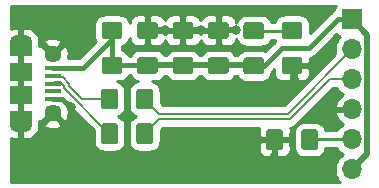
<source format=gbr>
G04 #@! TF.GenerationSoftware,KiCad,Pcbnew,(5.1.5)-3*
G04 #@! TF.CreationDate,2021-08-24T07:45:27-07:00*
G04 #@! TF.ProjectId,USB breakout,55534220-6272-4656-916b-6f75742e6b69,rev?*
G04 #@! TF.SameCoordinates,Original*
G04 #@! TF.FileFunction,Copper,L1,Top*
G04 #@! TF.FilePolarity,Positive*
%FSLAX46Y46*%
G04 Gerber Fmt 4.6, Leading zero omitted, Abs format (unit mm)*
G04 Created by KiCad (PCBNEW (5.1.5)-3) date 2021-08-24 07:45:27*
%MOMM*%
%LPD*%
G04 APERTURE LIST*
%ADD10R,1.900000X1.500000*%
%ADD11C,1.450000*%
%ADD12R,1.350000X0.400000*%
%ADD13O,1.900000X1.200000*%
%ADD14R,1.900000X1.200000*%
%ADD15C,0.100000*%
%ADD16R,1.700000X1.700000*%
%ADD17O,1.700000X1.700000*%
%ADD18C,0.800000*%
%ADD19C,0.200000*%
%ADD20C,0.508000*%
%ADD21C,0.381000*%
%ADD22C,0.250000*%
%ADD23C,0.254000*%
G04 APERTURE END LIST*
D10*
X101512500Y-92000000D03*
D11*
X104212500Y-88500000D03*
D12*
X104212500Y-90350000D03*
X104212500Y-89700000D03*
X104212500Y-92300000D03*
X104212500Y-91650000D03*
X104212500Y-91000000D03*
D11*
X104212500Y-93500000D03*
D10*
X101512500Y-90000000D03*
D13*
X101512500Y-87500000D03*
X101512500Y-94500000D03*
D14*
X101512500Y-93900000D03*
X101512500Y-88100000D03*
G04 #@! TA.AperFunction,SMDPad,CuDef*
D15*
G36*
X112899504Y-88763704D02*
G01*
X112923773Y-88767304D01*
X112947571Y-88773265D01*
X112970671Y-88781530D01*
X112992849Y-88792020D01*
X113013893Y-88804633D01*
X113033598Y-88819247D01*
X113051777Y-88835723D01*
X113068253Y-88853902D01*
X113082867Y-88873607D01*
X113095480Y-88894651D01*
X113105970Y-88916829D01*
X113114235Y-88939929D01*
X113120196Y-88963727D01*
X113123796Y-88987996D01*
X113125000Y-89012500D01*
X113125000Y-89937500D01*
X113123796Y-89962004D01*
X113120196Y-89986273D01*
X113114235Y-90010071D01*
X113105970Y-90033171D01*
X113095480Y-90055349D01*
X113082867Y-90076393D01*
X113068253Y-90096098D01*
X113051777Y-90114277D01*
X113033598Y-90130753D01*
X113013893Y-90145367D01*
X112992849Y-90157980D01*
X112970671Y-90168470D01*
X112947571Y-90176735D01*
X112923773Y-90182696D01*
X112899504Y-90186296D01*
X112875000Y-90187500D01*
X111625000Y-90187500D01*
X111600496Y-90186296D01*
X111576227Y-90182696D01*
X111552429Y-90176735D01*
X111529329Y-90168470D01*
X111507151Y-90157980D01*
X111486107Y-90145367D01*
X111466402Y-90130753D01*
X111448223Y-90114277D01*
X111431747Y-90096098D01*
X111417133Y-90076393D01*
X111404520Y-90055349D01*
X111394030Y-90033171D01*
X111385765Y-90010071D01*
X111379804Y-89986273D01*
X111376204Y-89962004D01*
X111375000Y-89937500D01*
X111375000Y-89012500D01*
X111376204Y-88987996D01*
X111379804Y-88963727D01*
X111385765Y-88939929D01*
X111394030Y-88916829D01*
X111404520Y-88894651D01*
X111417133Y-88873607D01*
X111431747Y-88853902D01*
X111448223Y-88835723D01*
X111466402Y-88819247D01*
X111486107Y-88804633D01*
X111507151Y-88792020D01*
X111529329Y-88781530D01*
X111552429Y-88773265D01*
X111576227Y-88767304D01*
X111600496Y-88763704D01*
X111625000Y-88762500D01*
X112875000Y-88762500D01*
X112899504Y-88763704D01*
G37*
G04 #@! TD.AperFunction*
G04 #@! TA.AperFunction,SMDPad,CuDef*
G36*
X112899504Y-85788704D02*
G01*
X112923773Y-85792304D01*
X112947571Y-85798265D01*
X112970671Y-85806530D01*
X112992849Y-85817020D01*
X113013893Y-85829633D01*
X113033598Y-85844247D01*
X113051777Y-85860723D01*
X113068253Y-85878902D01*
X113082867Y-85898607D01*
X113095480Y-85919651D01*
X113105970Y-85941829D01*
X113114235Y-85964929D01*
X113120196Y-85988727D01*
X113123796Y-86012996D01*
X113125000Y-86037500D01*
X113125000Y-86962500D01*
X113123796Y-86987004D01*
X113120196Y-87011273D01*
X113114235Y-87035071D01*
X113105970Y-87058171D01*
X113095480Y-87080349D01*
X113082867Y-87101393D01*
X113068253Y-87121098D01*
X113051777Y-87139277D01*
X113033598Y-87155753D01*
X113013893Y-87170367D01*
X112992849Y-87182980D01*
X112970671Y-87193470D01*
X112947571Y-87201735D01*
X112923773Y-87207696D01*
X112899504Y-87211296D01*
X112875000Y-87212500D01*
X111625000Y-87212500D01*
X111600496Y-87211296D01*
X111576227Y-87207696D01*
X111552429Y-87201735D01*
X111529329Y-87193470D01*
X111507151Y-87182980D01*
X111486107Y-87170367D01*
X111466402Y-87155753D01*
X111448223Y-87139277D01*
X111431747Y-87121098D01*
X111417133Y-87101393D01*
X111404520Y-87080349D01*
X111394030Y-87058171D01*
X111385765Y-87035071D01*
X111379804Y-87011273D01*
X111376204Y-86987004D01*
X111375000Y-86962500D01*
X111375000Y-86037500D01*
X111376204Y-86012996D01*
X111379804Y-85988727D01*
X111385765Y-85964929D01*
X111394030Y-85941829D01*
X111404520Y-85919651D01*
X111417133Y-85898607D01*
X111431747Y-85878902D01*
X111448223Y-85860723D01*
X111466402Y-85844247D01*
X111486107Y-85829633D01*
X111507151Y-85817020D01*
X111529329Y-85806530D01*
X111552429Y-85798265D01*
X111576227Y-85792304D01*
X111600496Y-85788704D01*
X111625000Y-85787500D01*
X112875000Y-85787500D01*
X112899504Y-85788704D01*
G37*
G04 #@! TD.AperFunction*
G04 #@! TA.AperFunction,SMDPad,CuDef*
G36*
X115899504Y-85788704D02*
G01*
X115923773Y-85792304D01*
X115947571Y-85798265D01*
X115970671Y-85806530D01*
X115992849Y-85817020D01*
X116013893Y-85829633D01*
X116033598Y-85844247D01*
X116051777Y-85860723D01*
X116068253Y-85878902D01*
X116082867Y-85898607D01*
X116095480Y-85919651D01*
X116105970Y-85941829D01*
X116114235Y-85964929D01*
X116120196Y-85988727D01*
X116123796Y-86012996D01*
X116125000Y-86037500D01*
X116125000Y-86962500D01*
X116123796Y-86987004D01*
X116120196Y-87011273D01*
X116114235Y-87035071D01*
X116105970Y-87058171D01*
X116095480Y-87080349D01*
X116082867Y-87101393D01*
X116068253Y-87121098D01*
X116051777Y-87139277D01*
X116033598Y-87155753D01*
X116013893Y-87170367D01*
X115992849Y-87182980D01*
X115970671Y-87193470D01*
X115947571Y-87201735D01*
X115923773Y-87207696D01*
X115899504Y-87211296D01*
X115875000Y-87212500D01*
X114625000Y-87212500D01*
X114600496Y-87211296D01*
X114576227Y-87207696D01*
X114552429Y-87201735D01*
X114529329Y-87193470D01*
X114507151Y-87182980D01*
X114486107Y-87170367D01*
X114466402Y-87155753D01*
X114448223Y-87139277D01*
X114431747Y-87121098D01*
X114417133Y-87101393D01*
X114404520Y-87080349D01*
X114394030Y-87058171D01*
X114385765Y-87035071D01*
X114379804Y-87011273D01*
X114376204Y-86987004D01*
X114375000Y-86962500D01*
X114375000Y-86037500D01*
X114376204Y-86012996D01*
X114379804Y-85988727D01*
X114385765Y-85964929D01*
X114394030Y-85941829D01*
X114404520Y-85919651D01*
X114417133Y-85898607D01*
X114431747Y-85878902D01*
X114448223Y-85860723D01*
X114466402Y-85844247D01*
X114486107Y-85829633D01*
X114507151Y-85817020D01*
X114529329Y-85806530D01*
X114552429Y-85798265D01*
X114576227Y-85792304D01*
X114600496Y-85788704D01*
X114625000Y-85787500D01*
X115875000Y-85787500D01*
X115899504Y-85788704D01*
G37*
G04 #@! TD.AperFunction*
G04 #@! TA.AperFunction,SMDPad,CuDef*
G36*
X115899504Y-88763704D02*
G01*
X115923773Y-88767304D01*
X115947571Y-88773265D01*
X115970671Y-88781530D01*
X115992849Y-88792020D01*
X116013893Y-88804633D01*
X116033598Y-88819247D01*
X116051777Y-88835723D01*
X116068253Y-88853902D01*
X116082867Y-88873607D01*
X116095480Y-88894651D01*
X116105970Y-88916829D01*
X116114235Y-88939929D01*
X116120196Y-88963727D01*
X116123796Y-88987996D01*
X116125000Y-89012500D01*
X116125000Y-89937500D01*
X116123796Y-89962004D01*
X116120196Y-89986273D01*
X116114235Y-90010071D01*
X116105970Y-90033171D01*
X116095480Y-90055349D01*
X116082867Y-90076393D01*
X116068253Y-90096098D01*
X116051777Y-90114277D01*
X116033598Y-90130753D01*
X116013893Y-90145367D01*
X115992849Y-90157980D01*
X115970671Y-90168470D01*
X115947571Y-90176735D01*
X115923773Y-90182696D01*
X115899504Y-90186296D01*
X115875000Y-90187500D01*
X114625000Y-90187500D01*
X114600496Y-90186296D01*
X114576227Y-90182696D01*
X114552429Y-90176735D01*
X114529329Y-90168470D01*
X114507151Y-90157980D01*
X114486107Y-90145367D01*
X114466402Y-90130753D01*
X114448223Y-90114277D01*
X114431747Y-90096098D01*
X114417133Y-90076393D01*
X114404520Y-90055349D01*
X114394030Y-90033171D01*
X114385765Y-90010071D01*
X114379804Y-89986273D01*
X114376204Y-89962004D01*
X114375000Y-89937500D01*
X114375000Y-89012500D01*
X114376204Y-88987996D01*
X114379804Y-88963727D01*
X114385765Y-88939929D01*
X114394030Y-88916829D01*
X114404520Y-88894651D01*
X114417133Y-88873607D01*
X114431747Y-88853902D01*
X114448223Y-88835723D01*
X114466402Y-88819247D01*
X114486107Y-88804633D01*
X114507151Y-88792020D01*
X114529329Y-88781530D01*
X114552429Y-88773265D01*
X114576227Y-88767304D01*
X114600496Y-88763704D01*
X114625000Y-88762500D01*
X115875000Y-88762500D01*
X115899504Y-88763704D01*
G37*
G04 #@! TD.AperFunction*
G04 #@! TA.AperFunction,SMDPad,CuDef*
G36*
X118899504Y-88763704D02*
G01*
X118923773Y-88767304D01*
X118947571Y-88773265D01*
X118970671Y-88781530D01*
X118992849Y-88792020D01*
X119013893Y-88804633D01*
X119033598Y-88819247D01*
X119051777Y-88835723D01*
X119068253Y-88853902D01*
X119082867Y-88873607D01*
X119095480Y-88894651D01*
X119105970Y-88916829D01*
X119114235Y-88939929D01*
X119120196Y-88963727D01*
X119123796Y-88987996D01*
X119125000Y-89012500D01*
X119125000Y-89937500D01*
X119123796Y-89962004D01*
X119120196Y-89986273D01*
X119114235Y-90010071D01*
X119105970Y-90033171D01*
X119095480Y-90055349D01*
X119082867Y-90076393D01*
X119068253Y-90096098D01*
X119051777Y-90114277D01*
X119033598Y-90130753D01*
X119013893Y-90145367D01*
X118992849Y-90157980D01*
X118970671Y-90168470D01*
X118947571Y-90176735D01*
X118923773Y-90182696D01*
X118899504Y-90186296D01*
X118875000Y-90187500D01*
X117625000Y-90187500D01*
X117600496Y-90186296D01*
X117576227Y-90182696D01*
X117552429Y-90176735D01*
X117529329Y-90168470D01*
X117507151Y-90157980D01*
X117486107Y-90145367D01*
X117466402Y-90130753D01*
X117448223Y-90114277D01*
X117431747Y-90096098D01*
X117417133Y-90076393D01*
X117404520Y-90055349D01*
X117394030Y-90033171D01*
X117385765Y-90010071D01*
X117379804Y-89986273D01*
X117376204Y-89962004D01*
X117375000Y-89937500D01*
X117375000Y-89012500D01*
X117376204Y-88987996D01*
X117379804Y-88963727D01*
X117385765Y-88939929D01*
X117394030Y-88916829D01*
X117404520Y-88894651D01*
X117417133Y-88873607D01*
X117431747Y-88853902D01*
X117448223Y-88835723D01*
X117466402Y-88819247D01*
X117486107Y-88804633D01*
X117507151Y-88792020D01*
X117529329Y-88781530D01*
X117552429Y-88773265D01*
X117576227Y-88767304D01*
X117600496Y-88763704D01*
X117625000Y-88762500D01*
X118875000Y-88762500D01*
X118899504Y-88763704D01*
G37*
G04 #@! TD.AperFunction*
G04 #@! TA.AperFunction,SMDPad,CuDef*
G36*
X118899504Y-85788704D02*
G01*
X118923773Y-85792304D01*
X118947571Y-85798265D01*
X118970671Y-85806530D01*
X118992849Y-85817020D01*
X119013893Y-85829633D01*
X119033598Y-85844247D01*
X119051777Y-85860723D01*
X119068253Y-85878902D01*
X119082867Y-85898607D01*
X119095480Y-85919651D01*
X119105970Y-85941829D01*
X119114235Y-85964929D01*
X119120196Y-85988727D01*
X119123796Y-86012996D01*
X119125000Y-86037500D01*
X119125000Y-86962500D01*
X119123796Y-86987004D01*
X119120196Y-87011273D01*
X119114235Y-87035071D01*
X119105970Y-87058171D01*
X119095480Y-87080349D01*
X119082867Y-87101393D01*
X119068253Y-87121098D01*
X119051777Y-87139277D01*
X119033598Y-87155753D01*
X119013893Y-87170367D01*
X118992849Y-87182980D01*
X118970671Y-87193470D01*
X118947571Y-87201735D01*
X118923773Y-87207696D01*
X118899504Y-87211296D01*
X118875000Y-87212500D01*
X117625000Y-87212500D01*
X117600496Y-87211296D01*
X117576227Y-87207696D01*
X117552429Y-87201735D01*
X117529329Y-87193470D01*
X117507151Y-87182980D01*
X117486107Y-87170367D01*
X117466402Y-87155753D01*
X117448223Y-87139277D01*
X117431747Y-87121098D01*
X117417133Y-87101393D01*
X117404520Y-87080349D01*
X117394030Y-87058171D01*
X117385765Y-87035071D01*
X117379804Y-87011273D01*
X117376204Y-86987004D01*
X117375000Y-86962500D01*
X117375000Y-86037500D01*
X117376204Y-86012996D01*
X117379804Y-85988727D01*
X117385765Y-85964929D01*
X117394030Y-85941829D01*
X117404520Y-85919651D01*
X117417133Y-85898607D01*
X117431747Y-85878902D01*
X117448223Y-85860723D01*
X117466402Y-85844247D01*
X117486107Y-85829633D01*
X117507151Y-85817020D01*
X117529329Y-85806530D01*
X117552429Y-85798265D01*
X117576227Y-85792304D01*
X117600496Y-85788704D01*
X117625000Y-85787500D01*
X118875000Y-85787500D01*
X118899504Y-85788704D01*
G37*
G04 #@! TD.AperFunction*
G04 #@! TA.AperFunction,SMDPad,CuDef*
G36*
X123499504Y-94876204D02*
G01*
X123523773Y-94879804D01*
X123547571Y-94885765D01*
X123570671Y-94894030D01*
X123592849Y-94904520D01*
X123613893Y-94917133D01*
X123633598Y-94931747D01*
X123651777Y-94948223D01*
X123668253Y-94966402D01*
X123682867Y-94986107D01*
X123695480Y-95007151D01*
X123705970Y-95029329D01*
X123714235Y-95052429D01*
X123720196Y-95076227D01*
X123723796Y-95100496D01*
X123725000Y-95125000D01*
X123725000Y-96375000D01*
X123723796Y-96399504D01*
X123720196Y-96423773D01*
X123714235Y-96447571D01*
X123705970Y-96470671D01*
X123695480Y-96492849D01*
X123682867Y-96513893D01*
X123668253Y-96533598D01*
X123651777Y-96551777D01*
X123633598Y-96568253D01*
X123613893Y-96582867D01*
X123592849Y-96595480D01*
X123570671Y-96605970D01*
X123547571Y-96614235D01*
X123523773Y-96620196D01*
X123499504Y-96623796D01*
X123475000Y-96625000D01*
X122550000Y-96625000D01*
X122525496Y-96623796D01*
X122501227Y-96620196D01*
X122477429Y-96614235D01*
X122454329Y-96605970D01*
X122432151Y-96595480D01*
X122411107Y-96582867D01*
X122391402Y-96568253D01*
X122373223Y-96551777D01*
X122356747Y-96533598D01*
X122342133Y-96513893D01*
X122329520Y-96492849D01*
X122319030Y-96470671D01*
X122310765Y-96447571D01*
X122304804Y-96423773D01*
X122301204Y-96399504D01*
X122300000Y-96375000D01*
X122300000Y-95125000D01*
X122301204Y-95100496D01*
X122304804Y-95076227D01*
X122310765Y-95052429D01*
X122319030Y-95029329D01*
X122329520Y-95007151D01*
X122342133Y-94986107D01*
X122356747Y-94966402D01*
X122373223Y-94948223D01*
X122391402Y-94931747D01*
X122411107Y-94917133D01*
X122432151Y-94904520D01*
X122454329Y-94894030D01*
X122477429Y-94885765D01*
X122501227Y-94879804D01*
X122525496Y-94876204D01*
X122550000Y-94875000D01*
X123475000Y-94875000D01*
X123499504Y-94876204D01*
G37*
G04 #@! TD.AperFunction*
G04 #@! TA.AperFunction,SMDPad,CuDef*
G36*
X126474504Y-94876204D02*
G01*
X126498773Y-94879804D01*
X126522571Y-94885765D01*
X126545671Y-94894030D01*
X126567849Y-94904520D01*
X126588893Y-94917133D01*
X126608598Y-94931747D01*
X126626777Y-94948223D01*
X126643253Y-94966402D01*
X126657867Y-94986107D01*
X126670480Y-95007151D01*
X126680970Y-95029329D01*
X126689235Y-95052429D01*
X126695196Y-95076227D01*
X126698796Y-95100496D01*
X126700000Y-95125000D01*
X126700000Y-96375000D01*
X126698796Y-96399504D01*
X126695196Y-96423773D01*
X126689235Y-96447571D01*
X126680970Y-96470671D01*
X126670480Y-96492849D01*
X126657867Y-96513893D01*
X126643253Y-96533598D01*
X126626777Y-96551777D01*
X126608598Y-96568253D01*
X126588893Y-96582867D01*
X126567849Y-96595480D01*
X126545671Y-96605970D01*
X126522571Y-96614235D01*
X126498773Y-96620196D01*
X126474504Y-96623796D01*
X126450000Y-96625000D01*
X125525000Y-96625000D01*
X125500496Y-96623796D01*
X125476227Y-96620196D01*
X125452429Y-96614235D01*
X125429329Y-96605970D01*
X125407151Y-96595480D01*
X125386107Y-96582867D01*
X125366402Y-96568253D01*
X125348223Y-96551777D01*
X125331747Y-96533598D01*
X125317133Y-96513893D01*
X125304520Y-96492849D01*
X125294030Y-96470671D01*
X125285765Y-96447571D01*
X125279804Y-96423773D01*
X125276204Y-96399504D01*
X125275000Y-96375000D01*
X125275000Y-95125000D01*
X125276204Y-95100496D01*
X125279804Y-95076227D01*
X125285765Y-95052429D01*
X125294030Y-95029329D01*
X125304520Y-95007151D01*
X125317133Y-94986107D01*
X125331747Y-94966402D01*
X125348223Y-94948223D01*
X125366402Y-94931747D01*
X125386107Y-94917133D01*
X125407151Y-94904520D01*
X125429329Y-94894030D01*
X125452429Y-94885765D01*
X125476227Y-94879804D01*
X125500496Y-94876204D01*
X125525000Y-94875000D01*
X126450000Y-94875000D01*
X126474504Y-94876204D01*
G37*
G04 #@! TD.AperFunction*
G04 #@! TA.AperFunction,SMDPad,CuDef*
G36*
X125149504Y-88763704D02*
G01*
X125173773Y-88767304D01*
X125197571Y-88773265D01*
X125220671Y-88781530D01*
X125242849Y-88792020D01*
X125263893Y-88804633D01*
X125283598Y-88819247D01*
X125301777Y-88835723D01*
X125318253Y-88853902D01*
X125332867Y-88873607D01*
X125345480Y-88894651D01*
X125355970Y-88916829D01*
X125364235Y-88939929D01*
X125370196Y-88963727D01*
X125373796Y-88987996D01*
X125375000Y-89012500D01*
X125375000Y-89937500D01*
X125373796Y-89962004D01*
X125370196Y-89986273D01*
X125364235Y-90010071D01*
X125355970Y-90033171D01*
X125345480Y-90055349D01*
X125332867Y-90076393D01*
X125318253Y-90096098D01*
X125301777Y-90114277D01*
X125283598Y-90130753D01*
X125263893Y-90145367D01*
X125242849Y-90157980D01*
X125220671Y-90168470D01*
X125197571Y-90176735D01*
X125173773Y-90182696D01*
X125149504Y-90186296D01*
X125125000Y-90187500D01*
X123875000Y-90187500D01*
X123850496Y-90186296D01*
X123826227Y-90182696D01*
X123802429Y-90176735D01*
X123779329Y-90168470D01*
X123757151Y-90157980D01*
X123736107Y-90145367D01*
X123716402Y-90130753D01*
X123698223Y-90114277D01*
X123681747Y-90096098D01*
X123667133Y-90076393D01*
X123654520Y-90055349D01*
X123644030Y-90033171D01*
X123635765Y-90010071D01*
X123629804Y-89986273D01*
X123626204Y-89962004D01*
X123625000Y-89937500D01*
X123625000Y-89012500D01*
X123626204Y-88987996D01*
X123629804Y-88963727D01*
X123635765Y-88939929D01*
X123644030Y-88916829D01*
X123654520Y-88894651D01*
X123667133Y-88873607D01*
X123681747Y-88853902D01*
X123698223Y-88835723D01*
X123716402Y-88819247D01*
X123736107Y-88804633D01*
X123757151Y-88792020D01*
X123779329Y-88781530D01*
X123802429Y-88773265D01*
X123826227Y-88767304D01*
X123850496Y-88763704D01*
X123875000Y-88762500D01*
X125125000Y-88762500D01*
X125149504Y-88763704D01*
G37*
G04 #@! TD.AperFunction*
G04 #@! TA.AperFunction,SMDPad,CuDef*
G36*
X125149504Y-85788704D02*
G01*
X125173773Y-85792304D01*
X125197571Y-85798265D01*
X125220671Y-85806530D01*
X125242849Y-85817020D01*
X125263893Y-85829633D01*
X125283598Y-85844247D01*
X125301777Y-85860723D01*
X125318253Y-85878902D01*
X125332867Y-85898607D01*
X125345480Y-85919651D01*
X125355970Y-85941829D01*
X125364235Y-85964929D01*
X125370196Y-85988727D01*
X125373796Y-86012996D01*
X125375000Y-86037500D01*
X125375000Y-86962500D01*
X125373796Y-86987004D01*
X125370196Y-87011273D01*
X125364235Y-87035071D01*
X125355970Y-87058171D01*
X125345480Y-87080349D01*
X125332867Y-87101393D01*
X125318253Y-87121098D01*
X125301777Y-87139277D01*
X125283598Y-87155753D01*
X125263893Y-87170367D01*
X125242849Y-87182980D01*
X125220671Y-87193470D01*
X125197571Y-87201735D01*
X125173773Y-87207696D01*
X125149504Y-87211296D01*
X125125000Y-87212500D01*
X123875000Y-87212500D01*
X123850496Y-87211296D01*
X123826227Y-87207696D01*
X123802429Y-87201735D01*
X123779329Y-87193470D01*
X123757151Y-87182980D01*
X123736107Y-87170367D01*
X123716402Y-87155753D01*
X123698223Y-87139277D01*
X123681747Y-87121098D01*
X123667133Y-87101393D01*
X123654520Y-87080349D01*
X123644030Y-87058171D01*
X123635765Y-87035071D01*
X123629804Y-87011273D01*
X123626204Y-86987004D01*
X123625000Y-86962500D01*
X123625000Y-86037500D01*
X123626204Y-86012996D01*
X123629804Y-85988727D01*
X123635765Y-85964929D01*
X123644030Y-85941829D01*
X123654520Y-85919651D01*
X123667133Y-85898607D01*
X123681747Y-85878902D01*
X123698223Y-85860723D01*
X123716402Y-85844247D01*
X123736107Y-85829633D01*
X123757151Y-85817020D01*
X123779329Y-85806530D01*
X123802429Y-85798265D01*
X123826227Y-85792304D01*
X123850496Y-85788704D01*
X123875000Y-85787500D01*
X125125000Y-85787500D01*
X125149504Y-85788704D01*
G37*
G04 #@! TD.AperFunction*
G04 #@! TA.AperFunction,SMDPad,CuDef*
G36*
X109899504Y-85788704D02*
G01*
X109923773Y-85792304D01*
X109947571Y-85798265D01*
X109970671Y-85806530D01*
X109992849Y-85817020D01*
X110013893Y-85829633D01*
X110033598Y-85844247D01*
X110051777Y-85860723D01*
X110068253Y-85878902D01*
X110082867Y-85898607D01*
X110095480Y-85919651D01*
X110105970Y-85941829D01*
X110114235Y-85964929D01*
X110120196Y-85988727D01*
X110123796Y-86012996D01*
X110125000Y-86037500D01*
X110125000Y-86962500D01*
X110123796Y-86987004D01*
X110120196Y-87011273D01*
X110114235Y-87035071D01*
X110105970Y-87058171D01*
X110095480Y-87080349D01*
X110082867Y-87101393D01*
X110068253Y-87121098D01*
X110051777Y-87139277D01*
X110033598Y-87155753D01*
X110013893Y-87170367D01*
X109992849Y-87182980D01*
X109970671Y-87193470D01*
X109947571Y-87201735D01*
X109923773Y-87207696D01*
X109899504Y-87211296D01*
X109875000Y-87212500D01*
X108625000Y-87212500D01*
X108600496Y-87211296D01*
X108576227Y-87207696D01*
X108552429Y-87201735D01*
X108529329Y-87193470D01*
X108507151Y-87182980D01*
X108486107Y-87170367D01*
X108466402Y-87155753D01*
X108448223Y-87139277D01*
X108431747Y-87121098D01*
X108417133Y-87101393D01*
X108404520Y-87080349D01*
X108394030Y-87058171D01*
X108385765Y-87035071D01*
X108379804Y-87011273D01*
X108376204Y-86987004D01*
X108375000Y-86962500D01*
X108375000Y-86037500D01*
X108376204Y-86012996D01*
X108379804Y-85988727D01*
X108385765Y-85964929D01*
X108394030Y-85941829D01*
X108404520Y-85919651D01*
X108417133Y-85898607D01*
X108431747Y-85878902D01*
X108448223Y-85860723D01*
X108466402Y-85844247D01*
X108486107Y-85829633D01*
X108507151Y-85817020D01*
X108529329Y-85806530D01*
X108552429Y-85798265D01*
X108576227Y-85792304D01*
X108600496Y-85788704D01*
X108625000Y-85787500D01*
X109875000Y-85787500D01*
X109899504Y-85788704D01*
G37*
G04 #@! TD.AperFunction*
G04 #@! TA.AperFunction,SMDPad,CuDef*
G36*
X109899504Y-88763704D02*
G01*
X109923773Y-88767304D01*
X109947571Y-88773265D01*
X109970671Y-88781530D01*
X109992849Y-88792020D01*
X110013893Y-88804633D01*
X110033598Y-88819247D01*
X110051777Y-88835723D01*
X110068253Y-88853902D01*
X110082867Y-88873607D01*
X110095480Y-88894651D01*
X110105970Y-88916829D01*
X110114235Y-88939929D01*
X110120196Y-88963727D01*
X110123796Y-88987996D01*
X110125000Y-89012500D01*
X110125000Y-89937500D01*
X110123796Y-89962004D01*
X110120196Y-89986273D01*
X110114235Y-90010071D01*
X110105970Y-90033171D01*
X110095480Y-90055349D01*
X110082867Y-90076393D01*
X110068253Y-90096098D01*
X110051777Y-90114277D01*
X110033598Y-90130753D01*
X110013893Y-90145367D01*
X109992849Y-90157980D01*
X109970671Y-90168470D01*
X109947571Y-90176735D01*
X109923773Y-90182696D01*
X109899504Y-90186296D01*
X109875000Y-90187500D01*
X108625000Y-90187500D01*
X108600496Y-90186296D01*
X108576227Y-90182696D01*
X108552429Y-90176735D01*
X108529329Y-90168470D01*
X108507151Y-90157980D01*
X108486107Y-90145367D01*
X108466402Y-90130753D01*
X108448223Y-90114277D01*
X108431747Y-90096098D01*
X108417133Y-90076393D01*
X108404520Y-90055349D01*
X108394030Y-90033171D01*
X108385765Y-90010071D01*
X108379804Y-89986273D01*
X108376204Y-89962004D01*
X108375000Y-89937500D01*
X108375000Y-89012500D01*
X108376204Y-88987996D01*
X108379804Y-88963727D01*
X108385765Y-88939929D01*
X108394030Y-88916829D01*
X108404520Y-88894651D01*
X108417133Y-88873607D01*
X108431747Y-88853902D01*
X108448223Y-88835723D01*
X108466402Y-88819247D01*
X108486107Y-88804633D01*
X108507151Y-88792020D01*
X108529329Y-88781530D01*
X108552429Y-88773265D01*
X108576227Y-88767304D01*
X108600496Y-88763704D01*
X108625000Y-88762500D01*
X109875000Y-88762500D01*
X109899504Y-88763704D01*
G37*
G04 #@! TD.AperFunction*
D16*
X129575001Y-85575001D03*
D17*
X129575001Y-88115001D03*
X129575001Y-90655001D03*
X129575001Y-93195001D03*
X129575001Y-95735001D03*
X129575001Y-98275001D03*
G04 #@! TA.AperFunction,SMDPad,CuDef*
D15*
G36*
X121899504Y-88788704D02*
G01*
X121923773Y-88792304D01*
X121947571Y-88798265D01*
X121970671Y-88806530D01*
X121992849Y-88817020D01*
X122013893Y-88829633D01*
X122033598Y-88844247D01*
X122051777Y-88860723D01*
X122068253Y-88878902D01*
X122082867Y-88898607D01*
X122095480Y-88919651D01*
X122105970Y-88941829D01*
X122114235Y-88964929D01*
X122120196Y-88988727D01*
X122123796Y-89012996D01*
X122125000Y-89037500D01*
X122125000Y-89962500D01*
X122123796Y-89987004D01*
X122120196Y-90011273D01*
X122114235Y-90035071D01*
X122105970Y-90058171D01*
X122095480Y-90080349D01*
X122082867Y-90101393D01*
X122068253Y-90121098D01*
X122051777Y-90139277D01*
X122033598Y-90155753D01*
X122013893Y-90170367D01*
X121992849Y-90182980D01*
X121970671Y-90193470D01*
X121947571Y-90201735D01*
X121923773Y-90207696D01*
X121899504Y-90211296D01*
X121875000Y-90212500D01*
X120625000Y-90212500D01*
X120600496Y-90211296D01*
X120576227Y-90207696D01*
X120552429Y-90201735D01*
X120529329Y-90193470D01*
X120507151Y-90182980D01*
X120486107Y-90170367D01*
X120466402Y-90155753D01*
X120448223Y-90139277D01*
X120431747Y-90121098D01*
X120417133Y-90101393D01*
X120404520Y-90080349D01*
X120394030Y-90058171D01*
X120385765Y-90035071D01*
X120379804Y-90011273D01*
X120376204Y-89987004D01*
X120375000Y-89962500D01*
X120375000Y-89037500D01*
X120376204Y-89012996D01*
X120379804Y-88988727D01*
X120385765Y-88964929D01*
X120394030Y-88941829D01*
X120404520Y-88919651D01*
X120417133Y-88898607D01*
X120431747Y-88878902D01*
X120448223Y-88860723D01*
X120466402Y-88844247D01*
X120486107Y-88829633D01*
X120507151Y-88817020D01*
X120529329Y-88806530D01*
X120552429Y-88798265D01*
X120576227Y-88792304D01*
X120600496Y-88788704D01*
X120625000Y-88787500D01*
X121875000Y-88787500D01*
X121899504Y-88788704D01*
G37*
G04 #@! TD.AperFunction*
G04 #@! TA.AperFunction,SMDPad,CuDef*
G36*
X121899504Y-85813704D02*
G01*
X121923773Y-85817304D01*
X121947571Y-85823265D01*
X121970671Y-85831530D01*
X121992849Y-85842020D01*
X122013893Y-85854633D01*
X122033598Y-85869247D01*
X122051777Y-85885723D01*
X122068253Y-85903902D01*
X122082867Y-85923607D01*
X122095480Y-85944651D01*
X122105970Y-85966829D01*
X122114235Y-85989929D01*
X122120196Y-86013727D01*
X122123796Y-86037996D01*
X122125000Y-86062500D01*
X122125000Y-86987500D01*
X122123796Y-87012004D01*
X122120196Y-87036273D01*
X122114235Y-87060071D01*
X122105970Y-87083171D01*
X122095480Y-87105349D01*
X122082867Y-87126393D01*
X122068253Y-87146098D01*
X122051777Y-87164277D01*
X122033598Y-87180753D01*
X122013893Y-87195367D01*
X121992849Y-87207980D01*
X121970671Y-87218470D01*
X121947571Y-87226735D01*
X121923773Y-87232696D01*
X121899504Y-87236296D01*
X121875000Y-87237500D01*
X120625000Y-87237500D01*
X120600496Y-87236296D01*
X120576227Y-87232696D01*
X120552429Y-87226735D01*
X120529329Y-87218470D01*
X120507151Y-87207980D01*
X120486107Y-87195367D01*
X120466402Y-87180753D01*
X120448223Y-87164277D01*
X120431747Y-87146098D01*
X120417133Y-87126393D01*
X120404520Y-87105349D01*
X120394030Y-87083171D01*
X120385765Y-87060071D01*
X120379804Y-87036273D01*
X120376204Y-87012004D01*
X120375000Y-86987500D01*
X120375000Y-86062500D01*
X120376204Y-86037996D01*
X120379804Y-86013727D01*
X120385765Y-85989929D01*
X120394030Y-85966829D01*
X120404520Y-85944651D01*
X120417133Y-85923607D01*
X120431747Y-85903902D01*
X120448223Y-85885723D01*
X120466402Y-85869247D01*
X120486107Y-85854633D01*
X120507151Y-85842020D01*
X120529329Y-85831530D01*
X120552429Y-85823265D01*
X120576227Y-85817304D01*
X120600496Y-85813704D01*
X120625000Y-85812500D01*
X121875000Y-85812500D01*
X121899504Y-85813704D01*
G37*
G04 #@! TD.AperFunction*
G04 #@! TA.AperFunction,SMDPad,CuDef*
G36*
X112499503Y-94376204D02*
G01*
X112523772Y-94379804D01*
X112547570Y-94385765D01*
X112570670Y-94394030D01*
X112592848Y-94404520D01*
X112613892Y-94417133D01*
X112633597Y-94431747D01*
X112651776Y-94448223D01*
X112668252Y-94466402D01*
X112682866Y-94486107D01*
X112695479Y-94507151D01*
X112705969Y-94529329D01*
X112714234Y-94552429D01*
X112720195Y-94576227D01*
X112723795Y-94600496D01*
X112724999Y-94625000D01*
X112724999Y-95875000D01*
X112723795Y-95899504D01*
X112720195Y-95923773D01*
X112714234Y-95947571D01*
X112705969Y-95970671D01*
X112695479Y-95992849D01*
X112682866Y-96013893D01*
X112668252Y-96033598D01*
X112651776Y-96051777D01*
X112633597Y-96068253D01*
X112613892Y-96082867D01*
X112592848Y-96095480D01*
X112570670Y-96105970D01*
X112547570Y-96114235D01*
X112523772Y-96120196D01*
X112499503Y-96123796D01*
X112474999Y-96125000D01*
X111549999Y-96125000D01*
X111525495Y-96123796D01*
X111501226Y-96120196D01*
X111477428Y-96114235D01*
X111454328Y-96105970D01*
X111432150Y-96095480D01*
X111411106Y-96082867D01*
X111391401Y-96068253D01*
X111373222Y-96051777D01*
X111356746Y-96033598D01*
X111342132Y-96013893D01*
X111329519Y-95992849D01*
X111319029Y-95970671D01*
X111310764Y-95947571D01*
X111304803Y-95923773D01*
X111301203Y-95899504D01*
X111299999Y-95875000D01*
X111299999Y-94625000D01*
X111301203Y-94600496D01*
X111304803Y-94576227D01*
X111310764Y-94552429D01*
X111319029Y-94529329D01*
X111329519Y-94507151D01*
X111342132Y-94486107D01*
X111356746Y-94466402D01*
X111373222Y-94448223D01*
X111391401Y-94431747D01*
X111411106Y-94417133D01*
X111432150Y-94404520D01*
X111454328Y-94394030D01*
X111477428Y-94385765D01*
X111501226Y-94379804D01*
X111525495Y-94376204D01*
X111549999Y-94375000D01*
X112474999Y-94375000D01*
X112499503Y-94376204D01*
G37*
G04 #@! TD.AperFunction*
G04 #@! TA.AperFunction,SMDPad,CuDef*
G36*
X109524503Y-94376204D02*
G01*
X109548772Y-94379804D01*
X109572570Y-94385765D01*
X109595670Y-94394030D01*
X109617848Y-94404520D01*
X109638892Y-94417133D01*
X109658597Y-94431747D01*
X109676776Y-94448223D01*
X109693252Y-94466402D01*
X109707866Y-94486107D01*
X109720479Y-94507151D01*
X109730969Y-94529329D01*
X109739234Y-94552429D01*
X109745195Y-94576227D01*
X109748795Y-94600496D01*
X109749999Y-94625000D01*
X109749999Y-95875000D01*
X109748795Y-95899504D01*
X109745195Y-95923773D01*
X109739234Y-95947571D01*
X109730969Y-95970671D01*
X109720479Y-95992849D01*
X109707866Y-96013893D01*
X109693252Y-96033598D01*
X109676776Y-96051777D01*
X109658597Y-96068253D01*
X109638892Y-96082867D01*
X109617848Y-96095480D01*
X109595670Y-96105970D01*
X109572570Y-96114235D01*
X109548772Y-96120196D01*
X109524503Y-96123796D01*
X109499999Y-96125000D01*
X108574999Y-96125000D01*
X108550495Y-96123796D01*
X108526226Y-96120196D01*
X108502428Y-96114235D01*
X108479328Y-96105970D01*
X108457150Y-96095480D01*
X108436106Y-96082867D01*
X108416401Y-96068253D01*
X108398222Y-96051777D01*
X108381746Y-96033598D01*
X108367132Y-96013893D01*
X108354519Y-95992849D01*
X108344029Y-95970671D01*
X108335764Y-95947571D01*
X108329803Y-95923773D01*
X108326203Y-95899504D01*
X108324999Y-95875000D01*
X108324999Y-94625000D01*
X108326203Y-94600496D01*
X108329803Y-94576227D01*
X108335764Y-94552429D01*
X108344029Y-94529329D01*
X108354519Y-94507151D01*
X108367132Y-94486107D01*
X108381746Y-94466402D01*
X108398222Y-94448223D01*
X108416401Y-94431747D01*
X108436106Y-94417133D01*
X108457150Y-94404520D01*
X108479328Y-94394030D01*
X108502428Y-94385765D01*
X108526226Y-94379804D01*
X108550495Y-94376204D01*
X108574999Y-94375000D01*
X109499999Y-94375000D01*
X109524503Y-94376204D01*
G37*
G04 #@! TD.AperFunction*
G04 #@! TA.AperFunction,SMDPad,CuDef*
G36*
X109524503Y-91441203D02*
G01*
X109548772Y-91444803D01*
X109572570Y-91450764D01*
X109595670Y-91459029D01*
X109617848Y-91469519D01*
X109638892Y-91482132D01*
X109658597Y-91496746D01*
X109676776Y-91513222D01*
X109693252Y-91531401D01*
X109707866Y-91551106D01*
X109720479Y-91572150D01*
X109730969Y-91594328D01*
X109739234Y-91617428D01*
X109745195Y-91641226D01*
X109748795Y-91665495D01*
X109749999Y-91689999D01*
X109749999Y-92939999D01*
X109748795Y-92964503D01*
X109745195Y-92988772D01*
X109739234Y-93012570D01*
X109730969Y-93035670D01*
X109720479Y-93057848D01*
X109707866Y-93078892D01*
X109693252Y-93098597D01*
X109676776Y-93116776D01*
X109658597Y-93133252D01*
X109638892Y-93147866D01*
X109617848Y-93160479D01*
X109595670Y-93170969D01*
X109572570Y-93179234D01*
X109548772Y-93185195D01*
X109524503Y-93188795D01*
X109499999Y-93189999D01*
X108574999Y-93189999D01*
X108550495Y-93188795D01*
X108526226Y-93185195D01*
X108502428Y-93179234D01*
X108479328Y-93170969D01*
X108457150Y-93160479D01*
X108436106Y-93147866D01*
X108416401Y-93133252D01*
X108398222Y-93116776D01*
X108381746Y-93098597D01*
X108367132Y-93078892D01*
X108354519Y-93057848D01*
X108344029Y-93035670D01*
X108335764Y-93012570D01*
X108329803Y-92988772D01*
X108326203Y-92964503D01*
X108324999Y-92939999D01*
X108324999Y-91689999D01*
X108326203Y-91665495D01*
X108329803Y-91641226D01*
X108335764Y-91617428D01*
X108344029Y-91594328D01*
X108354519Y-91572150D01*
X108367132Y-91551106D01*
X108381746Y-91531401D01*
X108398222Y-91513222D01*
X108416401Y-91496746D01*
X108436106Y-91482132D01*
X108457150Y-91469519D01*
X108479328Y-91459029D01*
X108502428Y-91450764D01*
X108526226Y-91444803D01*
X108550495Y-91441203D01*
X108574999Y-91439999D01*
X109499999Y-91439999D01*
X109524503Y-91441203D01*
G37*
G04 #@! TD.AperFunction*
G04 #@! TA.AperFunction,SMDPad,CuDef*
G36*
X112499503Y-91441203D02*
G01*
X112523772Y-91444803D01*
X112547570Y-91450764D01*
X112570670Y-91459029D01*
X112592848Y-91469519D01*
X112613892Y-91482132D01*
X112633597Y-91496746D01*
X112651776Y-91513222D01*
X112668252Y-91531401D01*
X112682866Y-91551106D01*
X112695479Y-91572150D01*
X112705969Y-91594328D01*
X112714234Y-91617428D01*
X112720195Y-91641226D01*
X112723795Y-91665495D01*
X112724999Y-91689999D01*
X112724999Y-92939999D01*
X112723795Y-92964503D01*
X112720195Y-92988772D01*
X112714234Y-93012570D01*
X112705969Y-93035670D01*
X112695479Y-93057848D01*
X112682866Y-93078892D01*
X112668252Y-93098597D01*
X112651776Y-93116776D01*
X112633597Y-93133252D01*
X112613892Y-93147866D01*
X112592848Y-93160479D01*
X112570670Y-93170969D01*
X112547570Y-93179234D01*
X112523772Y-93185195D01*
X112499503Y-93188795D01*
X112474999Y-93189999D01*
X111549999Y-93189999D01*
X111525495Y-93188795D01*
X111501226Y-93185195D01*
X111477428Y-93179234D01*
X111454328Y-93170969D01*
X111432150Y-93160479D01*
X111411106Y-93147866D01*
X111391401Y-93133252D01*
X111373222Y-93116776D01*
X111356746Y-93098597D01*
X111342132Y-93078892D01*
X111329519Y-93057848D01*
X111319029Y-93035670D01*
X111310764Y-93012570D01*
X111304803Y-92988772D01*
X111301203Y-92964503D01*
X111299999Y-92939999D01*
X111299999Y-91689999D01*
X111301203Y-91665495D01*
X111304803Y-91641226D01*
X111310764Y-91617428D01*
X111319029Y-91594328D01*
X111329519Y-91572150D01*
X111342132Y-91551106D01*
X111356746Y-91531401D01*
X111373222Y-91513222D01*
X111391401Y-91496746D01*
X111411106Y-91482132D01*
X111432150Y-91469519D01*
X111454328Y-91459029D01*
X111477428Y-91450764D01*
X111501226Y-91444803D01*
X111525495Y-91441203D01*
X111549999Y-91439999D01*
X112474999Y-91439999D01*
X112499503Y-91441203D01*
G37*
G04 #@! TD.AperFunction*
D18*
X124750000Y-90750000D03*
X113750000Y-86500000D03*
X116750000Y-86500000D03*
X119750000Y-86500000D03*
X123000000Y-97250000D03*
X105750000Y-93000000D03*
D19*
X106738895Y-92314999D02*
X109037499Y-92314999D01*
X104212500Y-90350000D02*
X104312500Y-90450000D01*
X105063885Y-90450000D02*
X105637492Y-91023607D01*
X105637492Y-91213596D02*
X106738895Y-92314999D01*
X104312500Y-90450000D02*
X105063885Y-90450000D01*
X105637492Y-91023607D02*
X105637492Y-91213596D01*
X105187501Y-91400002D02*
X109037499Y-95250000D01*
X105187501Y-91209999D02*
X105187501Y-91400002D01*
X104212500Y-91000000D02*
X104312500Y-90900000D01*
X104877502Y-90900000D02*
X105187501Y-91209999D01*
X104312500Y-90900000D02*
X104877502Y-90900000D01*
D20*
X112250000Y-89475000D02*
X115250000Y-89475000D01*
X115250000Y-89475000D02*
X118250000Y-89475000D01*
X121475000Y-89475000D02*
X121500000Y-89500000D01*
X118250000Y-89475000D02*
X121475000Y-89475000D01*
X130879002Y-96971000D02*
X129575001Y-98275001D01*
X130879002Y-86879002D02*
X130879002Y-96971000D01*
X129575001Y-85575001D02*
X130879002Y-86879002D01*
D21*
X106762500Y-89700000D02*
X109250000Y-87212500D01*
X109250000Y-87212500D02*
X109250000Y-86500000D01*
X104212500Y-89700000D02*
X106762500Y-89700000D01*
X109250000Y-89475000D02*
X112250000Y-89475000D01*
X122125000Y-89500000D02*
X123625000Y-88000000D01*
X121250000Y-89500000D02*
X122125000Y-89500000D01*
X128344001Y-85575001D02*
X129575001Y-85575001D01*
X125919002Y-88000000D02*
X128344001Y-85575001D01*
X123625000Y-88000000D02*
X125919002Y-88000000D01*
X109250000Y-86500000D02*
X109250000Y-89475000D01*
D20*
X124750000Y-89475000D02*
X124750000Y-90750000D01*
X112250000Y-86500000D02*
X113750000Y-86500000D01*
X115250000Y-86500000D02*
X116750000Y-86500000D01*
X118250000Y-86500000D02*
X119750000Y-86500000D01*
X123012500Y-95750000D02*
X123012500Y-97237500D01*
X123012500Y-97237500D02*
X123000000Y-97250000D01*
D21*
X104212500Y-92300000D02*
X105050000Y-92300000D01*
X105050000Y-92300000D02*
X105750000Y-93000000D01*
D22*
X126002499Y-95735001D02*
X125987500Y-95750000D01*
X129575001Y-95735001D02*
X126002499Y-95735001D01*
X124475000Y-86525000D02*
X124500000Y-86500000D01*
X121250000Y-86525000D02*
X124475000Y-86525000D01*
D19*
X124132502Y-93557500D02*
X129575001Y-88115001D01*
X112012499Y-92315000D02*
X113254999Y-93557500D01*
X113254999Y-93557500D02*
X124132502Y-93557500D01*
X112012499Y-92314999D02*
X112012499Y-92315000D01*
X113254999Y-94007500D02*
X124318899Y-94007500D01*
X112012499Y-95250000D02*
X113254999Y-94007500D01*
X124318899Y-94007500D02*
X127671398Y-90655001D01*
X127671398Y-90655001D02*
X129575001Y-90655001D01*
D23*
G36*
X128135499Y-84480821D02*
G01*
X128099189Y-84600519D01*
X128086929Y-84725001D01*
X128086929Y-84790337D01*
X128026567Y-84808648D01*
X127901679Y-84875403D01*
X127883157Y-84885303D01*
X127846355Y-84915506D01*
X127757460Y-84988460D01*
X127731607Y-85019962D01*
X126013072Y-86738498D01*
X126013072Y-86037500D01*
X125996008Y-85864246D01*
X125945472Y-85697650D01*
X125863405Y-85544114D01*
X125752962Y-85409538D01*
X125618386Y-85299095D01*
X125464850Y-85217028D01*
X125298254Y-85166492D01*
X125125000Y-85149428D01*
X123875000Y-85149428D01*
X123701746Y-85166492D01*
X123535150Y-85217028D01*
X123381614Y-85299095D01*
X123247038Y-85409538D01*
X123136595Y-85544114D01*
X123054528Y-85697650D01*
X123034098Y-85765000D01*
X122708319Y-85765000D01*
X122695472Y-85722650D01*
X122613405Y-85569114D01*
X122502962Y-85434538D01*
X122368386Y-85324095D01*
X122214850Y-85242028D01*
X122048254Y-85191492D01*
X121875000Y-85174428D01*
X120625000Y-85174428D01*
X120451746Y-85191492D01*
X120285150Y-85242028D01*
X120131614Y-85324095D01*
X119997038Y-85434538D01*
X119886595Y-85569114D01*
X119804528Y-85722650D01*
X119762542Y-85861059D01*
X119763072Y-85787500D01*
X119750812Y-85663018D01*
X119714502Y-85543320D01*
X119655537Y-85433006D01*
X119576185Y-85336315D01*
X119479494Y-85256963D01*
X119369180Y-85197998D01*
X119249482Y-85161688D01*
X119125000Y-85149428D01*
X118535750Y-85152500D01*
X118377000Y-85311250D01*
X118377000Y-86373000D01*
X118397000Y-86373000D01*
X118397000Y-86627000D01*
X118377000Y-86627000D01*
X118377000Y-87688750D01*
X118535750Y-87847500D01*
X119125000Y-87850572D01*
X119249482Y-87838312D01*
X119369180Y-87802002D01*
X119479494Y-87743037D01*
X119576185Y-87663685D01*
X119655537Y-87566994D01*
X119714502Y-87456680D01*
X119750812Y-87336982D01*
X119763072Y-87212500D01*
X119762911Y-87190157D01*
X119804528Y-87327350D01*
X119886595Y-87480886D01*
X119997038Y-87615462D01*
X120131614Y-87725905D01*
X120285150Y-87807972D01*
X120451746Y-87858508D01*
X120625000Y-87875572D01*
X121875000Y-87875572D01*
X122048254Y-87858508D01*
X122214850Y-87807972D01*
X122368386Y-87725905D01*
X122502962Y-87615462D01*
X122613405Y-87480886D01*
X122695472Y-87327350D01*
X122708319Y-87285000D01*
X123049265Y-87285000D01*
X123054528Y-87302350D01*
X123090909Y-87370414D01*
X123038459Y-87413459D01*
X123012608Y-87444959D01*
X122231591Y-88225976D01*
X122214850Y-88217028D01*
X122048254Y-88166492D01*
X121875000Y-88149428D01*
X120625000Y-88149428D01*
X120451746Y-88166492D01*
X120285150Y-88217028D01*
X120131614Y-88299095D01*
X119997038Y-88409538D01*
X119886595Y-88544114D01*
X119864206Y-88586000D01*
X119649156Y-88586000D01*
X119613405Y-88519114D01*
X119502962Y-88384538D01*
X119368386Y-88274095D01*
X119214850Y-88192028D01*
X119048254Y-88141492D01*
X118875000Y-88124428D01*
X117625000Y-88124428D01*
X117451746Y-88141492D01*
X117285150Y-88192028D01*
X117131614Y-88274095D01*
X116997038Y-88384538D01*
X116886595Y-88519114D01*
X116850844Y-88586000D01*
X116649156Y-88586000D01*
X116613405Y-88519114D01*
X116502962Y-88384538D01*
X116368386Y-88274095D01*
X116214850Y-88192028D01*
X116048254Y-88141492D01*
X115875000Y-88124428D01*
X114625000Y-88124428D01*
X114451746Y-88141492D01*
X114285150Y-88192028D01*
X114131614Y-88274095D01*
X113997038Y-88384538D01*
X113886595Y-88519114D01*
X113850844Y-88586000D01*
X113649156Y-88586000D01*
X113613405Y-88519114D01*
X113502962Y-88384538D01*
X113368386Y-88274095D01*
X113214850Y-88192028D01*
X113048254Y-88141492D01*
X112875000Y-88124428D01*
X111625000Y-88124428D01*
X111451746Y-88141492D01*
X111285150Y-88192028D01*
X111131614Y-88274095D01*
X110997038Y-88384538D01*
X110886595Y-88519114D01*
X110816902Y-88649500D01*
X110683098Y-88649500D01*
X110613405Y-88519114D01*
X110502962Y-88384538D01*
X110368386Y-88274095D01*
X110214850Y-88192028D01*
X110075500Y-88149757D01*
X110075500Y-87825243D01*
X110214850Y-87782972D01*
X110368386Y-87700905D01*
X110502962Y-87590462D01*
X110613405Y-87455886D01*
X110695472Y-87302350D01*
X110737273Y-87164549D01*
X110736928Y-87212500D01*
X110749188Y-87336982D01*
X110785498Y-87456680D01*
X110844463Y-87566994D01*
X110923815Y-87663685D01*
X111020506Y-87743037D01*
X111130820Y-87802002D01*
X111250518Y-87838312D01*
X111375000Y-87850572D01*
X111964250Y-87847500D01*
X112123000Y-87688750D01*
X112123000Y-86627000D01*
X112377000Y-86627000D01*
X112377000Y-87688750D01*
X112535750Y-87847500D01*
X113125000Y-87850572D01*
X113249482Y-87838312D01*
X113369180Y-87802002D01*
X113479494Y-87743037D01*
X113576185Y-87663685D01*
X113655537Y-87566994D01*
X113714502Y-87456680D01*
X113750000Y-87339659D01*
X113785498Y-87456680D01*
X113844463Y-87566994D01*
X113923815Y-87663685D01*
X114020506Y-87743037D01*
X114130820Y-87802002D01*
X114250518Y-87838312D01*
X114375000Y-87850572D01*
X114964250Y-87847500D01*
X115123000Y-87688750D01*
X115123000Y-86627000D01*
X115377000Y-86627000D01*
X115377000Y-87688750D01*
X115535750Y-87847500D01*
X116125000Y-87850572D01*
X116249482Y-87838312D01*
X116369180Y-87802002D01*
X116479494Y-87743037D01*
X116576185Y-87663685D01*
X116655537Y-87566994D01*
X116714502Y-87456680D01*
X116750000Y-87339659D01*
X116785498Y-87456680D01*
X116844463Y-87566994D01*
X116923815Y-87663685D01*
X117020506Y-87743037D01*
X117130820Y-87802002D01*
X117250518Y-87838312D01*
X117375000Y-87850572D01*
X117964250Y-87847500D01*
X118123000Y-87688750D01*
X118123000Y-86627000D01*
X116898750Y-86627000D01*
X116750000Y-86775750D01*
X116601250Y-86627000D01*
X115377000Y-86627000D01*
X115123000Y-86627000D01*
X113898750Y-86627000D01*
X113750000Y-86775750D01*
X113601250Y-86627000D01*
X112377000Y-86627000D01*
X112123000Y-86627000D01*
X112103000Y-86627000D01*
X112103000Y-86373000D01*
X112123000Y-86373000D01*
X112123000Y-85311250D01*
X112377000Y-85311250D01*
X112377000Y-86373000D01*
X113601250Y-86373000D01*
X113750000Y-86224250D01*
X113898750Y-86373000D01*
X115123000Y-86373000D01*
X115123000Y-85311250D01*
X115377000Y-85311250D01*
X115377000Y-86373000D01*
X116601250Y-86373000D01*
X116750000Y-86224250D01*
X116898750Y-86373000D01*
X118123000Y-86373000D01*
X118123000Y-85311250D01*
X117964250Y-85152500D01*
X117375000Y-85149428D01*
X117250518Y-85161688D01*
X117130820Y-85197998D01*
X117020506Y-85256963D01*
X116923815Y-85336315D01*
X116844463Y-85433006D01*
X116785498Y-85543320D01*
X116750000Y-85660341D01*
X116714502Y-85543320D01*
X116655537Y-85433006D01*
X116576185Y-85336315D01*
X116479494Y-85256963D01*
X116369180Y-85197998D01*
X116249482Y-85161688D01*
X116125000Y-85149428D01*
X115535750Y-85152500D01*
X115377000Y-85311250D01*
X115123000Y-85311250D01*
X114964250Y-85152500D01*
X114375000Y-85149428D01*
X114250518Y-85161688D01*
X114130820Y-85197998D01*
X114020506Y-85256963D01*
X113923815Y-85336315D01*
X113844463Y-85433006D01*
X113785498Y-85543320D01*
X113750000Y-85660341D01*
X113714502Y-85543320D01*
X113655537Y-85433006D01*
X113576185Y-85336315D01*
X113479494Y-85256963D01*
X113369180Y-85197998D01*
X113249482Y-85161688D01*
X113125000Y-85149428D01*
X112535750Y-85152500D01*
X112377000Y-85311250D01*
X112123000Y-85311250D01*
X111964250Y-85152500D01*
X111375000Y-85149428D01*
X111250518Y-85161688D01*
X111130820Y-85197998D01*
X111020506Y-85256963D01*
X110923815Y-85336315D01*
X110844463Y-85433006D01*
X110785498Y-85543320D01*
X110749188Y-85663018D01*
X110736928Y-85787500D01*
X110737273Y-85835451D01*
X110695472Y-85697650D01*
X110613405Y-85544114D01*
X110502962Y-85409538D01*
X110368386Y-85299095D01*
X110214850Y-85217028D01*
X110048254Y-85166492D01*
X109875000Y-85149428D01*
X108625000Y-85149428D01*
X108451746Y-85166492D01*
X108285150Y-85217028D01*
X108131614Y-85299095D01*
X107997038Y-85409538D01*
X107886595Y-85544114D01*
X107804528Y-85697650D01*
X107753992Y-85864246D01*
X107736928Y-86037500D01*
X107736928Y-86962500D01*
X107753992Y-87135754D01*
X107804528Y-87302350D01*
X107870080Y-87424988D01*
X106420568Y-88874500D01*
X105520945Y-88874500D01*
X105565219Y-88694151D01*
X105577104Y-88426518D01*
X105536548Y-88161709D01*
X105445109Y-87909900D01*
X105387950Y-87802965D01*
X105151633Y-87740472D01*
X104392105Y-88500000D01*
X104406248Y-88514143D01*
X104226643Y-88693748D01*
X104212500Y-88679605D01*
X104198358Y-88693748D01*
X104018753Y-88514143D01*
X104032895Y-88500000D01*
X103273367Y-87740472D01*
X103097767Y-87786909D01*
X103099976Y-87560867D01*
X103452972Y-87560867D01*
X104212500Y-88320395D01*
X104972028Y-87560867D01*
X104909535Y-87324550D01*
X104666822Y-87211150D01*
X104406651Y-87147281D01*
X104139018Y-87135396D01*
X103874209Y-87175952D01*
X103622400Y-87267391D01*
X103515465Y-87324550D01*
X103452972Y-87560867D01*
X103099976Y-87560867D01*
X103100572Y-87500000D01*
X103097500Y-87468808D01*
X103097500Y-87372998D01*
X103087548Y-87372998D01*
X103052002Y-87255820D01*
X103032179Y-87218735D01*
X103055962Y-87182391D01*
X103052091Y-87144718D01*
X102959921Y-86919467D01*
X102825578Y-86716526D01*
X102654225Y-86543693D01*
X102452446Y-86407610D01*
X102227996Y-86313507D01*
X101989500Y-86265000D01*
X101639500Y-86265000D01*
X101639500Y-89873000D01*
X101659500Y-89873000D01*
X101659500Y-90127000D01*
X101639500Y-90127000D01*
X101639500Y-91873000D01*
X101659500Y-91873000D01*
X101659500Y-92127000D01*
X101639500Y-92127000D01*
X101639500Y-95735000D01*
X101989500Y-95735000D01*
X102227996Y-95686493D01*
X102452446Y-95592390D01*
X102654225Y-95456307D01*
X102825578Y-95283474D01*
X102959921Y-95080533D01*
X103052091Y-94855282D01*
X103055962Y-94817609D01*
X103032179Y-94781265D01*
X103052002Y-94744180D01*
X103087548Y-94627002D01*
X103097500Y-94627002D01*
X103097500Y-94531192D01*
X103100572Y-94500000D01*
X103099977Y-94439133D01*
X103452972Y-94439133D01*
X103515465Y-94675450D01*
X103758178Y-94788850D01*
X104018349Y-94852719D01*
X104285982Y-94864604D01*
X104550791Y-94824048D01*
X104802600Y-94732609D01*
X104909535Y-94675450D01*
X104972028Y-94439133D01*
X104212500Y-93679605D01*
X103452972Y-94439133D01*
X103099977Y-94439133D01*
X103097767Y-94213091D01*
X103273367Y-94259528D01*
X104032895Y-93500000D01*
X104018753Y-93485858D01*
X104198358Y-93306253D01*
X104212500Y-93320395D01*
X104226643Y-93306253D01*
X104406248Y-93485858D01*
X104392105Y-93500000D01*
X105151633Y-94259528D01*
X105387950Y-94197035D01*
X105501350Y-93954322D01*
X105565219Y-93694151D01*
X105577104Y-93426518D01*
X105536548Y-93161709D01*
X105445109Y-92909900D01*
X105416225Y-92855864D01*
X105473021Y-92753576D01*
X105479971Y-92731918D01*
X107686927Y-94938875D01*
X107686927Y-95875000D01*
X107703991Y-96048254D01*
X107754527Y-96214850D01*
X107836594Y-96368386D01*
X107947037Y-96502962D01*
X108081613Y-96613405D01*
X108235149Y-96695472D01*
X108401745Y-96746008D01*
X108574999Y-96763072D01*
X109499999Y-96763072D01*
X109673253Y-96746008D01*
X109839849Y-96695472D01*
X109993385Y-96613405D01*
X110127961Y-96502962D01*
X110238404Y-96368386D01*
X110320471Y-96214850D01*
X110371007Y-96048254D01*
X110388071Y-95875000D01*
X110388071Y-94625000D01*
X110371007Y-94451746D01*
X110320471Y-94285150D01*
X110238404Y-94131614D01*
X110127961Y-93997038D01*
X109993385Y-93886595D01*
X109839849Y-93804528D01*
X109767230Y-93782500D01*
X109839849Y-93760471D01*
X109993385Y-93678404D01*
X110127961Y-93567961D01*
X110238404Y-93433385D01*
X110320471Y-93279849D01*
X110371007Y-93113253D01*
X110388071Y-92939999D01*
X110388071Y-91689999D01*
X110371007Y-91516745D01*
X110320471Y-91350149D01*
X110238404Y-91196613D01*
X110127961Y-91062037D01*
X109993385Y-90951594D01*
X109839849Y-90869527D01*
X109694948Y-90825572D01*
X109875000Y-90825572D01*
X110048254Y-90808508D01*
X110214850Y-90757972D01*
X110368386Y-90675905D01*
X110502962Y-90565462D01*
X110613405Y-90430886D01*
X110683098Y-90300500D01*
X110816902Y-90300500D01*
X110886595Y-90430886D01*
X110997038Y-90565462D01*
X111131614Y-90675905D01*
X111285150Y-90757972D01*
X111451746Y-90808508D01*
X111467463Y-90810056D01*
X111376745Y-90818991D01*
X111210149Y-90869527D01*
X111056613Y-90951594D01*
X110922037Y-91062037D01*
X110811594Y-91196613D01*
X110729527Y-91350149D01*
X110678991Y-91516745D01*
X110661927Y-91689999D01*
X110661927Y-92939999D01*
X110678991Y-93113253D01*
X110729527Y-93279849D01*
X110811594Y-93433385D01*
X110922037Y-93567961D01*
X111056613Y-93678404D01*
X111210149Y-93760471D01*
X111282768Y-93782500D01*
X111210149Y-93804528D01*
X111056613Y-93886595D01*
X110922037Y-93997038D01*
X110811594Y-94131614D01*
X110729527Y-94285150D01*
X110678991Y-94451746D01*
X110661927Y-94625000D01*
X110661927Y-95875000D01*
X110678991Y-96048254D01*
X110729527Y-96214850D01*
X110811594Y-96368386D01*
X110922037Y-96502962D01*
X111056613Y-96613405D01*
X111210149Y-96695472D01*
X111376745Y-96746008D01*
X111549999Y-96763072D01*
X112474999Y-96763072D01*
X112648253Y-96746008D01*
X112814849Y-96695472D01*
X112946692Y-96625000D01*
X121661928Y-96625000D01*
X121674188Y-96749482D01*
X121710498Y-96869180D01*
X121769463Y-96979494D01*
X121848815Y-97076185D01*
X121945506Y-97155537D01*
X122055820Y-97214502D01*
X122175518Y-97250812D01*
X122300000Y-97263072D01*
X122726750Y-97260000D01*
X122885500Y-97101250D01*
X122885500Y-95877000D01*
X123139500Y-95877000D01*
X123139500Y-97101250D01*
X123298250Y-97260000D01*
X123725000Y-97263072D01*
X123849482Y-97250812D01*
X123969180Y-97214502D01*
X124079494Y-97155537D01*
X124176185Y-97076185D01*
X124255537Y-96979494D01*
X124314502Y-96869180D01*
X124350812Y-96749482D01*
X124363072Y-96625000D01*
X124360000Y-96035750D01*
X124201250Y-95877000D01*
X123139500Y-95877000D01*
X122885500Y-95877000D01*
X121823750Y-95877000D01*
X121665000Y-96035750D01*
X121661928Y-96625000D01*
X112946692Y-96625000D01*
X112968385Y-96613405D01*
X113102961Y-96502962D01*
X113213404Y-96368386D01*
X113295471Y-96214850D01*
X113346007Y-96048254D01*
X113363071Y-95875000D01*
X113363071Y-94938875D01*
X113559446Y-94742500D01*
X121676620Y-94742500D01*
X121674188Y-94750518D01*
X121661928Y-94875000D01*
X121665000Y-95464250D01*
X121823750Y-95623000D01*
X122885500Y-95623000D01*
X122885500Y-95603000D01*
X123139500Y-95603000D01*
X123139500Y-95623000D01*
X124201250Y-95623000D01*
X124360000Y-95464250D01*
X124363072Y-94875000D01*
X124350812Y-94750518D01*
X124348572Y-94743133D01*
X124355004Y-94742500D01*
X124462984Y-94731865D01*
X124601532Y-94689837D01*
X124729219Y-94621587D01*
X124841137Y-94529738D01*
X124864158Y-94501687D01*
X127975845Y-91390001D01*
X128280118Y-91390001D01*
X128421526Y-91601633D01*
X128628369Y-91808476D01*
X128810535Y-91930196D01*
X128693646Y-91999823D01*
X128477413Y-92194732D01*
X128303360Y-92428081D01*
X128178176Y-92690902D01*
X128133525Y-92838111D01*
X128254846Y-93068001D01*
X129448001Y-93068001D01*
X129448001Y-93048001D01*
X129702001Y-93048001D01*
X129702001Y-93068001D01*
X129722001Y-93068001D01*
X129722001Y-93322001D01*
X129702001Y-93322001D01*
X129702001Y-93342001D01*
X129448001Y-93342001D01*
X129448001Y-93322001D01*
X128254846Y-93322001D01*
X128133525Y-93551891D01*
X128178176Y-93699100D01*
X128303360Y-93961921D01*
X128477413Y-94195270D01*
X128693646Y-94390179D01*
X128810535Y-94459806D01*
X128628369Y-94581526D01*
X128421526Y-94788369D01*
X128296823Y-94975001D01*
X127323298Y-94975001D01*
X127321008Y-94951746D01*
X127270472Y-94785150D01*
X127188405Y-94631614D01*
X127077962Y-94497038D01*
X126943386Y-94386595D01*
X126789850Y-94304528D01*
X126623254Y-94253992D01*
X126450000Y-94236928D01*
X125525000Y-94236928D01*
X125351746Y-94253992D01*
X125185150Y-94304528D01*
X125031614Y-94386595D01*
X124897038Y-94497038D01*
X124786595Y-94631614D01*
X124704528Y-94785150D01*
X124653992Y-94951746D01*
X124636928Y-95125000D01*
X124636928Y-96375000D01*
X124653992Y-96548254D01*
X124704528Y-96714850D01*
X124786595Y-96868386D01*
X124897038Y-97002962D01*
X125031614Y-97113405D01*
X125185150Y-97195472D01*
X125351746Y-97246008D01*
X125525000Y-97263072D01*
X126450000Y-97263072D01*
X126623254Y-97246008D01*
X126789850Y-97195472D01*
X126943386Y-97113405D01*
X127077962Y-97002962D01*
X127188405Y-96868386D01*
X127270472Y-96714850D01*
X127321008Y-96548254D01*
X127326253Y-96495001D01*
X128296823Y-96495001D01*
X128421526Y-96681633D01*
X128628369Y-96888476D01*
X128802761Y-97005001D01*
X128628369Y-97121526D01*
X128421526Y-97328369D01*
X128259011Y-97571590D01*
X128147069Y-97841843D01*
X128090001Y-98128741D01*
X128090001Y-98421261D01*
X128147069Y-98708159D01*
X128259011Y-98978412D01*
X128421526Y-99221633D01*
X128539893Y-99340000D01*
X100660000Y-99340000D01*
X100660000Y-95629053D01*
X100797004Y-95686493D01*
X101035500Y-95735000D01*
X101385500Y-95735000D01*
X101385500Y-92127000D01*
X101365500Y-92127000D01*
X101365500Y-91873000D01*
X101385500Y-91873000D01*
X101385500Y-90127000D01*
X101365500Y-90127000D01*
X101365500Y-89873000D01*
X101385500Y-89873000D01*
X101385500Y-86265000D01*
X101035500Y-86265000D01*
X100797004Y-86313507D01*
X100660000Y-86370947D01*
X100660000Y-84410000D01*
X128173354Y-84410000D01*
X128135499Y-84480821D01*
G37*
X128135499Y-84480821D02*
X128099189Y-84600519D01*
X128086929Y-84725001D01*
X128086929Y-84790337D01*
X128026567Y-84808648D01*
X127901679Y-84875403D01*
X127883157Y-84885303D01*
X127846355Y-84915506D01*
X127757460Y-84988460D01*
X127731607Y-85019962D01*
X126013072Y-86738498D01*
X126013072Y-86037500D01*
X125996008Y-85864246D01*
X125945472Y-85697650D01*
X125863405Y-85544114D01*
X125752962Y-85409538D01*
X125618386Y-85299095D01*
X125464850Y-85217028D01*
X125298254Y-85166492D01*
X125125000Y-85149428D01*
X123875000Y-85149428D01*
X123701746Y-85166492D01*
X123535150Y-85217028D01*
X123381614Y-85299095D01*
X123247038Y-85409538D01*
X123136595Y-85544114D01*
X123054528Y-85697650D01*
X123034098Y-85765000D01*
X122708319Y-85765000D01*
X122695472Y-85722650D01*
X122613405Y-85569114D01*
X122502962Y-85434538D01*
X122368386Y-85324095D01*
X122214850Y-85242028D01*
X122048254Y-85191492D01*
X121875000Y-85174428D01*
X120625000Y-85174428D01*
X120451746Y-85191492D01*
X120285150Y-85242028D01*
X120131614Y-85324095D01*
X119997038Y-85434538D01*
X119886595Y-85569114D01*
X119804528Y-85722650D01*
X119762542Y-85861059D01*
X119763072Y-85787500D01*
X119750812Y-85663018D01*
X119714502Y-85543320D01*
X119655537Y-85433006D01*
X119576185Y-85336315D01*
X119479494Y-85256963D01*
X119369180Y-85197998D01*
X119249482Y-85161688D01*
X119125000Y-85149428D01*
X118535750Y-85152500D01*
X118377000Y-85311250D01*
X118377000Y-86373000D01*
X118397000Y-86373000D01*
X118397000Y-86627000D01*
X118377000Y-86627000D01*
X118377000Y-87688750D01*
X118535750Y-87847500D01*
X119125000Y-87850572D01*
X119249482Y-87838312D01*
X119369180Y-87802002D01*
X119479494Y-87743037D01*
X119576185Y-87663685D01*
X119655537Y-87566994D01*
X119714502Y-87456680D01*
X119750812Y-87336982D01*
X119763072Y-87212500D01*
X119762911Y-87190157D01*
X119804528Y-87327350D01*
X119886595Y-87480886D01*
X119997038Y-87615462D01*
X120131614Y-87725905D01*
X120285150Y-87807972D01*
X120451746Y-87858508D01*
X120625000Y-87875572D01*
X121875000Y-87875572D01*
X122048254Y-87858508D01*
X122214850Y-87807972D01*
X122368386Y-87725905D01*
X122502962Y-87615462D01*
X122613405Y-87480886D01*
X122695472Y-87327350D01*
X122708319Y-87285000D01*
X123049265Y-87285000D01*
X123054528Y-87302350D01*
X123090909Y-87370414D01*
X123038459Y-87413459D01*
X123012608Y-87444959D01*
X122231591Y-88225976D01*
X122214850Y-88217028D01*
X122048254Y-88166492D01*
X121875000Y-88149428D01*
X120625000Y-88149428D01*
X120451746Y-88166492D01*
X120285150Y-88217028D01*
X120131614Y-88299095D01*
X119997038Y-88409538D01*
X119886595Y-88544114D01*
X119864206Y-88586000D01*
X119649156Y-88586000D01*
X119613405Y-88519114D01*
X119502962Y-88384538D01*
X119368386Y-88274095D01*
X119214850Y-88192028D01*
X119048254Y-88141492D01*
X118875000Y-88124428D01*
X117625000Y-88124428D01*
X117451746Y-88141492D01*
X117285150Y-88192028D01*
X117131614Y-88274095D01*
X116997038Y-88384538D01*
X116886595Y-88519114D01*
X116850844Y-88586000D01*
X116649156Y-88586000D01*
X116613405Y-88519114D01*
X116502962Y-88384538D01*
X116368386Y-88274095D01*
X116214850Y-88192028D01*
X116048254Y-88141492D01*
X115875000Y-88124428D01*
X114625000Y-88124428D01*
X114451746Y-88141492D01*
X114285150Y-88192028D01*
X114131614Y-88274095D01*
X113997038Y-88384538D01*
X113886595Y-88519114D01*
X113850844Y-88586000D01*
X113649156Y-88586000D01*
X113613405Y-88519114D01*
X113502962Y-88384538D01*
X113368386Y-88274095D01*
X113214850Y-88192028D01*
X113048254Y-88141492D01*
X112875000Y-88124428D01*
X111625000Y-88124428D01*
X111451746Y-88141492D01*
X111285150Y-88192028D01*
X111131614Y-88274095D01*
X110997038Y-88384538D01*
X110886595Y-88519114D01*
X110816902Y-88649500D01*
X110683098Y-88649500D01*
X110613405Y-88519114D01*
X110502962Y-88384538D01*
X110368386Y-88274095D01*
X110214850Y-88192028D01*
X110075500Y-88149757D01*
X110075500Y-87825243D01*
X110214850Y-87782972D01*
X110368386Y-87700905D01*
X110502962Y-87590462D01*
X110613405Y-87455886D01*
X110695472Y-87302350D01*
X110737273Y-87164549D01*
X110736928Y-87212500D01*
X110749188Y-87336982D01*
X110785498Y-87456680D01*
X110844463Y-87566994D01*
X110923815Y-87663685D01*
X111020506Y-87743037D01*
X111130820Y-87802002D01*
X111250518Y-87838312D01*
X111375000Y-87850572D01*
X111964250Y-87847500D01*
X112123000Y-87688750D01*
X112123000Y-86627000D01*
X112377000Y-86627000D01*
X112377000Y-87688750D01*
X112535750Y-87847500D01*
X113125000Y-87850572D01*
X113249482Y-87838312D01*
X113369180Y-87802002D01*
X113479494Y-87743037D01*
X113576185Y-87663685D01*
X113655537Y-87566994D01*
X113714502Y-87456680D01*
X113750000Y-87339659D01*
X113785498Y-87456680D01*
X113844463Y-87566994D01*
X113923815Y-87663685D01*
X114020506Y-87743037D01*
X114130820Y-87802002D01*
X114250518Y-87838312D01*
X114375000Y-87850572D01*
X114964250Y-87847500D01*
X115123000Y-87688750D01*
X115123000Y-86627000D01*
X115377000Y-86627000D01*
X115377000Y-87688750D01*
X115535750Y-87847500D01*
X116125000Y-87850572D01*
X116249482Y-87838312D01*
X116369180Y-87802002D01*
X116479494Y-87743037D01*
X116576185Y-87663685D01*
X116655537Y-87566994D01*
X116714502Y-87456680D01*
X116750000Y-87339659D01*
X116785498Y-87456680D01*
X116844463Y-87566994D01*
X116923815Y-87663685D01*
X117020506Y-87743037D01*
X117130820Y-87802002D01*
X117250518Y-87838312D01*
X117375000Y-87850572D01*
X117964250Y-87847500D01*
X118123000Y-87688750D01*
X118123000Y-86627000D01*
X116898750Y-86627000D01*
X116750000Y-86775750D01*
X116601250Y-86627000D01*
X115377000Y-86627000D01*
X115123000Y-86627000D01*
X113898750Y-86627000D01*
X113750000Y-86775750D01*
X113601250Y-86627000D01*
X112377000Y-86627000D01*
X112123000Y-86627000D01*
X112103000Y-86627000D01*
X112103000Y-86373000D01*
X112123000Y-86373000D01*
X112123000Y-85311250D01*
X112377000Y-85311250D01*
X112377000Y-86373000D01*
X113601250Y-86373000D01*
X113750000Y-86224250D01*
X113898750Y-86373000D01*
X115123000Y-86373000D01*
X115123000Y-85311250D01*
X115377000Y-85311250D01*
X115377000Y-86373000D01*
X116601250Y-86373000D01*
X116750000Y-86224250D01*
X116898750Y-86373000D01*
X118123000Y-86373000D01*
X118123000Y-85311250D01*
X117964250Y-85152500D01*
X117375000Y-85149428D01*
X117250518Y-85161688D01*
X117130820Y-85197998D01*
X117020506Y-85256963D01*
X116923815Y-85336315D01*
X116844463Y-85433006D01*
X116785498Y-85543320D01*
X116750000Y-85660341D01*
X116714502Y-85543320D01*
X116655537Y-85433006D01*
X116576185Y-85336315D01*
X116479494Y-85256963D01*
X116369180Y-85197998D01*
X116249482Y-85161688D01*
X116125000Y-85149428D01*
X115535750Y-85152500D01*
X115377000Y-85311250D01*
X115123000Y-85311250D01*
X114964250Y-85152500D01*
X114375000Y-85149428D01*
X114250518Y-85161688D01*
X114130820Y-85197998D01*
X114020506Y-85256963D01*
X113923815Y-85336315D01*
X113844463Y-85433006D01*
X113785498Y-85543320D01*
X113750000Y-85660341D01*
X113714502Y-85543320D01*
X113655537Y-85433006D01*
X113576185Y-85336315D01*
X113479494Y-85256963D01*
X113369180Y-85197998D01*
X113249482Y-85161688D01*
X113125000Y-85149428D01*
X112535750Y-85152500D01*
X112377000Y-85311250D01*
X112123000Y-85311250D01*
X111964250Y-85152500D01*
X111375000Y-85149428D01*
X111250518Y-85161688D01*
X111130820Y-85197998D01*
X111020506Y-85256963D01*
X110923815Y-85336315D01*
X110844463Y-85433006D01*
X110785498Y-85543320D01*
X110749188Y-85663018D01*
X110736928Y-85787500D01*
X110737273Y-85835451D01*
X110695472Y-85697650D01*
X110613405Y-85544114D01*
X110502962Y-85409538D01*
X110368386Y-85299095D01*
X110214850Y-85217028D01*
X110048254Y-85166492D01*
X109875000Y-85149428D01*
X108625000Y-85149428D01*
X108451746Y-85166492D01*
X108285150Y-85217028D01*
X108131614Y-85299095D01*
X107997038Y-85409538D01*
X107886595Y-85544114D01*
X107804528Y-85697650D01*
X107753992Y-85864246D01*
X107736928Y-86037500D01*
X107736928Y-86962500D01*
X107753992Y-87135754D01*
X107804528Y-87302350D01*
X107870080Y-87424988D01*
X106420568Y-88874500D01*
X105520945Y-88874500D01*
X105565219Y-88694151D01*
X105577104Y-88426518D01*
X105536548Y-88161709D01*
X105445109Y-87909900D01*
X105387950Y-87802965D01*
X105151633Y-87740472D01*
X104392105Y-88500000D01*
X104406248Y-88514143D01*
X104226643Y-88693748D01*
X104212500Y-88679605D01*
X104198358Y-88693748D01*
X104018753Y-88514143D01*
X104032895Y-88500000D01*
X103273367Y-87740472D01*
X103097767Y-87786909D01*
X103099976Y-87560867D01*
X103452972Y-87560867D01*
X104212500Y-88320395D01*
X104972028Y-87560867D01*
X104909535Y-87324550D01*
X104666822Y-87211150D01*
X104406651Y-87147281D01*
X104139018Y-87135396D01*
X103874209Y-87175952D01*
X103622400Y-87267391D01*
X103515465Y-87324550D01*
X103452972Y-87560867D01*
X103099976Y-87560867D01*
X103100572Y-87500000D01*
X103097500Y-87468808D01*
X103097500Y-87372998D01*
X103087548Y-87372998D01*
X103052002Y-87255820D01*
X103032179Y-87218735D01*
X103055962Y-87182391D01*
X103052091Y-87144718D01*
X102959921Y-86919467D01*
X102825578Y-86716526D01*
X102654225Y-86543693D01*
X102452446Y-86407610D01*
X102227996Y-86313507D01*
X101989500Y-86265000D01*
X101639500Y-86265000D01*
X101639500Y-89873000D01*
X101659500Y-89873000D01*
X101659500Y-90127000D01*
X101639500Y-90127000D01*
X101639500Y-91873000D01*
X101659500Y-91873000D01*
X101659500Y-92127000D01*
X101639500Y-92127000D01*
X101639500Y-95735000D01*
X101989500Y-95735000D01*
X102227996Y-95686493D01*
X102452446Y-95592390D01*
X102654225Y-95456307D01*
X102825578Y-95283474D01*
X102959921Y-95080533D01*
X103052091Y-94855282D01*
X103055962Y-94817609D01*
X103032179Y-94781265D01*
X103052002Y-94744180D01*
X103087548Y-94627002D01*
X103097500Y-94627002D01*
X103097500Y-94531192D01*
X103100572Y-94500000D01*
X103099977Y-94439133D01*
X103452972Y-94439133D01*
X103515465Y-94675450D01*
X103758178Y-94788850D01*
X104018349Y-94852719D01*
X104285982Y-94864604D01*
X104550791Y-94824048D01*
X104802600Y-94732609D01*
X104909535Y-94675450D01*
X104972028Y-94439133D01*
X104212500Y-93679605D01*
X103452972Y-94439133D01*
X103099977Y-94439133D01*
X103097767Y-94213091D01*
X103273367Y-94259528D01*
X104032895Y-93500000D01*
X104018753Y-93485858D01*
X104198358Y-93306253D01*
X104212500Y-93320395D01*
X104226643Y-93306253D01*
X104406248Y-93485858D01*
X104392105Y-93500000D01*
X105151633Y-94259528D01*
X105387950Y-94197035D01*
X105501350Y-93954322D01*
X105565219Y-93694151D01*
X105577104Y-93426518D01*
X105536548Y-93161709D01*
X105445109Y-92909900D01*
X105416225Y-92855864D01*
X105473021Y-92753576D01*
X105479971Y-92731918D01*
X107686927Y-94938875D01*
X107686927Y-95875000D01*
X107703991Y-96048254D01*
X107754527Y-96214850D01*
X107836594Y-96368386D01*
X107947037Y-96502962D01*
X108081613Y-96613405D01*
X108235149Y-96695472D01*
X108401745Y-96746008D01*
X108574999Y-96763072D01*
X109499999Y-96763072D01*
X109673253Y-96746008D01*
X109839849Y-96695472D01*
X109993385Y-96613405D01*
X110127961Y-96502962D01*
X110238404Y-96368386D01*
X110320471Y-96214850D01*
X110371007Y-96048254D01*
X110388071Y-95875000D01*
X110388071Y-94625000D01*
X110371007Y-94451746D01*
X110320471Y-94285150D01*
X110238404Y-94131614D01*
X110127961Y-93997038D01*
X109993385Y-93886595D01*
X109839849Y-93804528D01*
X109767230Y-93782500D01*
X109839849Y-93760471D01*
X109993385Y-93678404D01*
X110127961Y-93567961D01*
X110238404Y-93433385D01*
X110320471Y-93279849D01*
X110371007Y-93113253D01*
X110388071Y-92939999D01*
X110388071Y-91689999D01*
X110371007Y-91516745D01*
X110320471Y-91350149D01*
X110238404Y-91196613D01*
X110127961Y-91062037D01*
X109993385Y-90951594D01*
X109839849Y-90869527D01*
X109694948Y-90825572D01*
X109875000Y-90825572D01*
X110048254Y-90808508D01*
X110214850Y-90757972D01*
X110368386Y-90675905D01*
X110502962Y-90565462D01*
X110613405Y-90430886D01*
X110683098Y-90300500D01*
X110816902Y-90300500D01*
X110886595Y-90430886D01*
X110997038Y-90565462D01*
X111131614Y-90675905D01*
X111285150Y-90757972D01*
X111451746Y-90808508D01*
X111467463Y-90810056D01*
X111376745Y-90818991D01*
X111210149Y-90869527D01*
X111056613Y-90951594D01*
X110922037Y-91062037D01*
X110811594Y-91196613D01*
X110729527Y-91350149D01*
X110678991Y-91516745D01*
X110661927Y-91689999D01*
X110661927Y-92939999D01*
X110678991Y-93113253D01*
X110729527Y-93279849D01*
X110811594Y-93433385D01*
X110922037Y-93567961D01*
X111056613Y-93678404D01*
X111210149Y-93760471D01*
X111282768Y-93782500D01*
X111210149Y-93804528D01*
X111056613Y-93886595D01*
X110922037Y-93997038D01*
X110811594Y-94131614D01*
X110729527Y-94285150D01*
X110678991Y-94451746D01*
X110661927Y-94625000D01*
X110661927Y-95875000D01*
X110678991Y-96048254D01*
X110729527Y-96214850D01*
X110811594Y-96368386D01*
X110922037Y-96502962D01*
X111056613Y-96613405D01*
X111210149Y-96695472D01*
X111376745Y-96746008D01*
X111549999Y-96763072D01*
X112474999Y-96763072D01*
X112648253Y-96746008D01*
X112814849Y-96695472D01*
X112946692Y-96625000D01*
X121661928Y-96625000D01*
X121674188Y-96749482D01*
X121710498Y-96869180D01*
X121769463Y-96979494D01*
X121848815Y-97076185D01*
X121945506Y-97155537D01*
X122055820Y-97214502D01*
X122175518Y-97250812D01*
X122300000Y-97263072D01*
X122726750Y-97260000D01*
X122885500Y-97101250D01*
X122885500Y-95877000D01*
X123139500Y-95877000D01*
X123139500Y-97101250D01*
X123298250Y-97260000D01*
X123725000Y-97263072D01*
X123849482Y-97250812D01*
X123969180Y-97214502D01*
X124079494Y-97155537D01*
X124176185Y-97076185D01*
X124255537Y-96979494D01*
X124314502Y-96869180D01*
X124350812Y-96749482D01*
X124363072Y-96625000D01*
X124360000Y-96035750D01*
X124201250Y-95877000D01*
X123139500Y-95877000D01*
X122885500Y-95877000D01*
X121823750Y-95877000D01*
X121665000Y-96035750D01*
X121661928Y-96625000D01*
X112946692Y-96625000D01*
X112968385Y-96613405D01*
X113102961Y-96502962D01*
X113213404Y-96368386D01*
X113295471Y-96214850D01*
X113346007Y-96048254D01*
X113363071Y-95875000D01*
X113363071Y-94938875D01*
X113559446Y-94742500D01*
X121676620Y-94742500D01*
X121674188Y-94750518D01*
X121661928Y-94875000D01*
X121665000Y-95464250D01*
X121823750Y-95623000D01*
X122885500Y-95623000D01*
X122885500Y-95603000D01*
X123139500Y-95603000D01*
X123139500Y-95623000D01*
X124201250Y-95623000D01*
X124360000Y-95464250D01*
X124363072Y-94875000D01*
X124350812Y-94750518D01*
X124348572Y-94743133D01*
X124355004Y-94742500D01*
X124462984Y-94731865D01*
X124601532Y-94689837D01*
X124729219Y-94621587D01*
X124841137Y-94529738D01*
X124864158Y-94501687D01*
X127975845Y-91390001D01*
X128280118Y-91390001D01*
X128421526Y-91601633D01*
X128628369Y-91808476D01*
X128810535Y-91930196D01*
X128693646Y-91999823D01*
X128477413Y-92194732D01*
X128303360Y-92428081D01*
X128178176Y-92690902D01*
X128133525Y-92838111D01*
X128254846Y-93068001D01*
X129448001Y-93068001D01*
X129448001Y-93048001D01*
X129702001Y-93048001D01*
X129702001Y-93068001D01*
X129722001Y-93068001D01*
X129722001Y-93322001D01*
X129702001Y-93322001D01*
X129702001Y-93342001D01*
X129448001Y-93342001D01*
X129448001Y-93322001D01*
X128254846Y-93322001D01*
X128133525Y-93551891D01*
X128178176Y-93699100D01*
X128303360Y-93961921D01*
X128477413Y-94195270D01*
X128693646Y-94390179D01*
X128810535Y-94459806D01*
X128628369Y-94581526D01*
X128421526Y-94788369D01*
X128296823Y-94975001D01*
X127323298Y-94975001D01*
X127321008Y-94951746D01*
X127270472Y-94785150D01*
X127188405Y-94631614D01*
X127077962Y-94497038D01*
X126943386Y-94386595D01*
X126789850Y-94304528D01*
X126623254Y-94253992D01*
X126450000Y-94236928D01*
X125525000Y-94236928D01*
X125351746Y-94253992D01*
X125185150Y-94304528D01*
X125031614Y-94386595D01*
X124897038Y-94497038D01*
X124786595Y-94631614D01*
X124704528Y-94785150D01*
X124653992Y-94951746D01*
X124636928Y-95125000D01*
X124636928Y-96375000D01*
X124653992Y-96548254D01*
X124704528Y-96714850D01*
X124786595Y-96868386D01*
X124897038Y-97002962D01*
X125031614Y-97113405D01*
X125185150Y-97195472D01*
X125351746Y-97246008D01*
X125525000Y-97263072D01*
X126450000Y-97263072D01*
X126623254Y-97246008D01*
X126789850Y-97195472D01*
X126943386Y-97113405D01*
X127077962Y-97002962D01*
X127188405Y-96868386D01*
X127270472Y-96714850D01*
X127321008Y-96548254D01*
X127326253Y-96495001D01*
X128296823Y-96495001D01*
X128421526Y-96681633D01*
X128628369Y-96888476D01*
X128802761Y-97005001D01*
X128628369Y-97121526D01*
X128421526Y-97328369D01*
X128259011Y-97571590D01*
X128147069Y-97841843D01*
X128090001Y-98128741D01*
X128090001Y-98421261D01*
X128147069Y-98708159D01*
X128259011Y-98978412D01*
X128421526Y-99221633D01*
X128539893Y-99340000D01*
X100660000Y-99340000D01*
X100660000Y-95629053D01*
X100797004Y-95686493D01*
X101035500Y-95735000D01*
X101385500Y-95735000D01*
X101385500Y-92127000D01*
X101365500Y-92127000D01*
X101365500Y-91873000D01*
X101385500Y-91873000D01*
X101385500Y-90127000D01*
X101365500Y-90127000D01*
X101365500Y-89873000D01*
X101385500Y-89873000D01*
X101385500Y-86265000D01*
X101035500Y-86265000D01*
X100797004Y-86313507D01*
X100660000Y-86370947D01*
X100660000Y-84410000D01*
X128173354Y-84410000D01*
X128135499Y-84480821D01*
G36*
X128273816Y-86876186D02*
G01*
X128370507Y-86955538D01*
X128480821Y-87014503D01*
X128553381Y-87036514D01*
X128421526Y-87168369D01*
X128259011Y-87411590D01*
X128147069Y-87681843D01*
X128090001Y-87968741D01*
X128090001Y-88261261D01*
X128139657Y-88510898D01*
X123828056Y-92822500D01*
X113559446Y-92822500D01*
X113363071Y-92626125D01*
X113363071Y-91689999D01*
X113346007Y-91516745D01*
X113295471Y-91350149D01*
X113213404Y-91196613D01*
X113102961Y-91062037D01*
X112968385Y-90951594D01*
X112814849Y-90869527D01*
X112669948Y-90825572D01*
X112875000Y-90825572D01*
X113048254Y-90808508D01*
X113214850Y-90757972D01*
X113368386Y-90675905D01*
X113502962Y-90565462D01*
X113613405Y-90430886D01*
X113649156Y-90364000D01*
X113850844Y-90364000D01*
X113886595Y-90430886D01*
X113997038Y-90565462D01*
X114131614Y-90675905D01*
X114285150Y-90757972D01*
X114451746Y-90808508D01*
X114625000Y-90825572D01*
X115875000Y-90825572D01*
X116048254Y-90808508D01*
X116214850Y-90757972D01*
X116368386Y-90675905D01*
X116502962Y-90565462D01*
X116613405Y-90430886D01*
X116649156Y-90364000D01*
X116850844Y-90364000D01*
X116886595Y-90430886D01*
X116997038Y-90565462D01*
X117131614Y-90675905D01*
X117285150Y-90757972D01*
X117451746Y-90808508D01*
X117625000Y-90825572D01*
X118875000Y-90825572D01*
X119048254Y-90808508D01*
X119214850Y-90757972D01*
X119368386Y-90675905D01*
X119502962Y-90565462D01*
X119613405Y-90430886D01*
X119649156Y-90364000D01*
X119837481Y-90364000D01*
X119886595Y-90455886D01*
X119997038Y-90590462D01*
X120131614Y-90700905D01*
X120285150Y-90782972D01*
X120451746Y-90833508D01*
X120625000Y-90850572D01*
X121875000Y-90850572D01*
X122048254Y-90833508D01*
X122214850Y-90782972D01*
X122368386Y-90700905D01*
X122502962Y-90590462D01*
X122613405Y-90455886D01*
X122695472Y-90302350D01*
X122746008Y-90135754D01*
X122755767Y-90036665D01*
X122989698Y-89802734D01*
X122986928Y-90187500D01*
X122999188Y-90311982D01*
X123035498Y-90431680D01*
X123094463Y-90541994D01*
X123173815Y-90638685D01*
X123270506Y-90718037D01*
X123380820Y-90777002D01*
X123500518Y-90813312D01*
X123625000Y-90825572D01*
X124214250Y-90822500D01*
X124373000Y-90663750D01*
X124373000Y-89602000D01*
X124627000Y-89602000D01*
X124627000Y-90663750D01*
X124785750Y-90822500D01*
X125375000Y-90825572D01*
X125499482Y-90813312D01*
X125619180Y-90777002D01*
X125729494Y-90718037D01*
X125826185Y-90638685D01*
X125905537Y-90541994D01*
X125964502Y-90431680D01*
X126000812Y-90311982D01*
X126013072Y-90187500D01*
X126010000Y-89760750D01*
X125851250Y-89602000D01*
X124627000Y-89602000D01*
X124373000Y-89602000D01*
X124353000Y-89602000D01*
X124353000Y-89348000D01*
X124373000Y-89348000D01*
X124373000Y-89328000D01*
X124627000Y-89328000D01*
X124627000Y-89348000D01*
X125851250Y-89348000D01*
X126010000Y-89189250D01*
X126012656Y-88820270D01*
X126080828Y-88813556D01*
X126236436Y-88766353D01*
X126379844Y-88689699D01*
X126505543Y-88586541D01*
X126531400Y-88555034D01*
X128245163Y-86841272D01*
X128273816Y-86876186D01*
G37*
X128273816Y-86876186D02*
X128370507Y-86955538D01*
X128480821Y-87014503D01*
X128553381Y-87036514D01*
X128421526Y-87168369D01*
X128259011Y-87411590D01*
X128147069Y-87681843D01*
X128090001Y-87968741D01*
X128090001Y-88261261D01*
X128139657Y-88510898D01*
X123828056Y-92822500D01*
X113559446Y-92822500D01*
X113363071Y-92626125D01*
X113363071Y-91689999D01*
X113346007Y-91516745D01*
X113295471Y-91350149D01*
X113213404Y-91196613D01*
X113102961Y-91062037D01*
X112968385Y-90951594D01*
X112814849Y-90869527D01*
X112669948Y-90825572D01*
X112875000Y-90825572D01*
X113048254Y-90808508D01*
X113214850Y-90757972D01*
X113368386Y-90675905D01*
X113502962Y-90565462D01*
X113613405Y-90430886D01*
X113649156Y-90364000D01*
X113850844Y-90364000D01*
X113886595Y-90430886D01*
X113997038Y-90565462D01*
X114131614Y-90675905D01*
X114285150Y-90757972D01*
X114451746Y-90808508D01*
X114625000Y-90825572D01*
X115875000Y-90825572D01*
X116048254Y-90808508D01*
X116214850Y-90757972D01*
X116368386Y-90675905D01*
X116502962Y-90565462D01*
X116613405Y-90430886D01*
X116649156Y-90364000D01*
X116850844Y-90364000D01*
X116886595Y-90430886D01*
X116997038Y-90565462D01*
X117131614Y-90675905D01*
X117285150Y-90757972D01*
X117451746Y-90808508D01*
X117625000Y-90825572D01*
X118875000Y-90825572D01*
X119048254Y-90808508D01*
X119214850Y-90757972D01*
X119368386Y-90675905D01*
X119502962Y-90565462D01*
X119613405Y-90430886D01*
X119649156Y-90364000D01*
X119837481Y-90364000D01*
X119886595Y-90455886D01*
X119997038Y-90590462D01*
X120131614Y-90700905D01*
X120285150Y-90782972D01*
X120451746Y-90833508D01*
X120625000Y-90850572D01*
X121875000Y-90850572D01*
X122048254Y-90833508D01*
X122214850Y-90782972D01*
X122368386Y-90700905D01*
X122502962Y-90590462D01*
X122613405Y-90455886D01*
X122695472Y-90302350D01*
X122746008Y-90135754D01*
X122755767Y-90036665D01*
X122989698Y-89802734D01*
X122986928Y-90187500D01*
X122999188Y-90311982D01*
X123035498Y-90431680D01*
X123094463Y-90541994D01*
X123173815Y-90638685D01*
X123270506Y-90718037D01*
X123380820Y-90777002D01*
X123500518Y-90813312D01*
X123625000Y-90825572D01*
X124214250Y-90822500D01*
X124373000Y-90663750D01*
X124373000Y-89602000D01*
X124627000Y-89602000D01*
X124627000Y-90663750D01*
X124785750Y-90822500D01*
X125375000Y-90825572D01*
X125499482Y-90813312D01*
X125619180Y-90777002D01*
X125729494Y-90718037D01*
X125826185Y-90638685D01*
X125905537Y-90541994D01*
X125964502Y-90431680D01*
X126000812Y-90311982D01*
X126013072Y-90187500D01*
X126010000Y-89760750D01*
X125851250Y-89602000D01*
X124627000Y-89602000D01*
X124373000Y-89602000D01*
X124353000Y-89602000D01*
X124353000Y-89348000D01*
X124373000Y-89348000D01*
X124373000Y-89328000D01*
X124627000Y-89328000D01*
X124627000Y-89348000D01*
X125851250Y-89348000D01*
X126010000Y-89189250D01*
X126012656Y-88820270D01*
X126080828Y-88813556D01*
X126236436Y-88766353D01*
X126379844Y-88689699D01*
X126505543Y-88586541D01*
X126531400Y-88555034D01*
X128245163Y-86841272D01*
X128273816Y-86876186D01*
M02*

</source>
